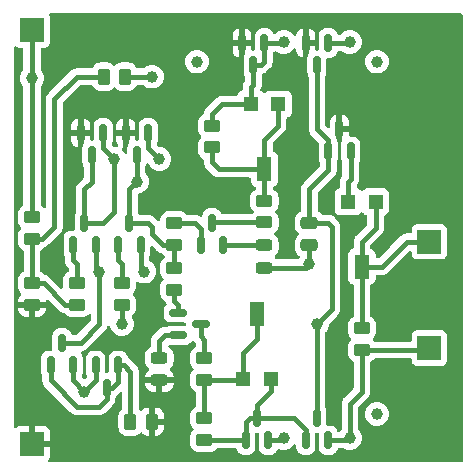
<source format=gbr>
%TF.GenerationSoftware,KiCad,Pcbnew,8.0.0*%
%TF.CreationDate,2024-12-08T17:21:19+02:00*%
%TF.ProjectId,Proiect1,50726f69-6563-4743-912e-6b696361645f,rev?*%
%TF.SameCoordinates,PX3aa6a60PY6dac2c0*%
%TF.FileFunction,Copper,L1,Top*%
%TF.FilePolarity,Positive*%
%FSLAX46Y46*%
G04 Gerber Fmt 4.6, Leading zero omitted, Abs format (unit mm)*
G04 Created by KiCad (PCBNEW 8.0.0) date 2024-12-08 17:21:19*
%MOMM*%
%LPD*%
G01*
G04 APERTURE LIST*
G04 Aperture macros list*
%AMRoundRect*
0 Rectangle with rounded corners*
0 $1 Rounding radius*
0 $2 $3 $4 $5 $6 $7 $8 $9 X,Y pos of 4 corners*
0 Add a 4 corners polygon primitive as box body*
4,1,4,$2,$3,$4,$5,$6,$7,$8,$9,$2,$3,0*
0 Add four circle primitives for the rounded corners*
1,1,$1+$1,$2,$3*
1,1,$1+$1,$4,$5*
1,1,$1+$1,$6,$7*
1,1,$1+$1,$8,$9*
0 Add four rect primitives between the rounded corners*
20,1,$1+$1,$2,$3,$4,$5,0*
20,1,$1+$1,$4,$5,$6,$7,0*
20,1,$1+$1,$6,$7,$8,$9,0*
20,1,$1+$1,$8,$9,$2,$3,0*%
G04 Aperture macros list end*
%TA.AperFunction,SMDPad,CuDef*%
%ADD10RoundRect,0.150000X0.150000X-0.587500X0.150000X0.587500X-0.150000X0.587500X-0.150000X-0.587500X0*%
%TD*%
%TA.AperFunction,SMDPad,CuDef*%
%ADD11C,1.000000*%
%TD*%
%TA.AperFunction,SMDPad,CuDef*%
%ADD12RoundRect,0.150000X-0.150000X0.587500X-0.150000X-0.587500X0.150000X-0.587500X0.150000X0.587500X0*%
%TD*%
%TA.AperFunction,SMDPad,CuDef*%
%ADD13R,2.000000X2.000000*%
%TD*%
%TA.AperFunction,SMDPad,CuDef*%
%ADD14RoundRect,0.250000X0.450000X-0.262500X0.450000X0.262500X-0.450000X0.262500X-0.450000X-0.262500X0*%
%TD*%
%TA.AperFunction,SMDPad,CuDef*%
%ADD15RoundRect,0.250000X-0.262500X-0.450000X0.262500X-0.450000X0.262500X0.450000X-0.262500X0.450000X0*%
%TD*%
%TA.AperFunction,SMDPad,CuDef*%
%ADD16RoundRect,0.250000X-0.450000X0.262500X-0.450000X-0.262500X0.450000X-0.262500X0.450000X0.262500X0*%
%TD*%
%TA.AperFunction,SMDPad,CuDef*%
%ADD17RoundRect,0.150000X-0.587500X-0.150000X0.587500X-0.150000X0.587500X0.150000X-0.587500X0.150000X0*%
%TD*%
%TA.AperFunction,SMDPad,CuDef*%
%ADD18R,1.300000X1.300000*%
%TD*%
%TA.AperFunction,SMDPad,CuDef*%
%ADD19R,1.300000X2.000000*%
%TD*%
%TA.AperFunction,SMDPad,CuDef*%
%ADD20RoundRect,0.250000X-0.475000X0.250000X-0.475000X-0.250000X0.475000X-0.250000X0.475000X0.250000X0*%
%TD*%
%TA.AperFunction,SMDPad,CuDef*%
%ADD21RoundRect,0.243750X0.456250X-0.243750X0.456250X0.243750X-0.456250X0.243750X-0.456250X-0.243750X0*%
%TD*%
%TA.AperFunction,SMDPad,CuDef*%
%ADD22RoundRect,0.243750X-0.456250X0.243750X-0.456250X-0.243750X0.456250X-0.243750X0.456250X0.243750X0*%
%TD*%
%TA.AperFunction,ViaPad*%
%ADD23C,1.000000*%
%TD*%
%TA.AperFunction,Conductor*%
%ADD24C,0.406400*%
%TD*%
%TA.AperFunction,Conductor*%
%ADD25C,0.457200*%
%TD*%
G04 APERTURE END LIST*
D10*
%TO.P,Q4,1,B*%
%TO.N,Net-(Q4-B)*%
X16830000Y19382500D03*
%TO.P,Q4,2,E*%
%TO.N,Net-(D1-A)*%
X18730000Y19382500D03*
%TO.P,Q4,3,C*%
%TO.N,Net-(Q4-C)*%
X17780000Y21257500D03*
%TD*%
%TO.P,Q6,1,B*%
%TO.N,Net-(Q6-B)*%
X25720000Y2872500D03*
%TO.P,Q6,2,E*%
%TO.N,GND*%
X27620000Y2872500D03*
%TO.P,Q6,3,C*%
%TO.N,Net-(Q1-B)*%
X26670000Y4747500D03*
%TD*%
D11*
%TO.P,FID2,*%
%TO.N,*%
X31750000Y34925000D03*
%TD*%
%TO.P,FID1,*%
%TO.N,*%
X16510000Y34925000D03*
%TD*%
D12*
%TO.P,Q12,1,B*%
%TO.N,Net-(Q12-B)*%
X12380000Y28877500D03*
%TO.P,Q12,2,E*%
%TO.N,+25V*%
X10480000Y28877500D03*
%TO.P,Q12,3,C*%
%TO.N,Net-(Q12-C)*%
X11430000Y27002500D03*
%TD*%
D13*
%TO.P,J2,1,Pin_1*%
%TO.N,GND*%
X36195000Y10668000D03*
%TD*%
D12*
%TO.P,Q11,1,B*%
%TO.N,Net-(Q10-B)*%
X9840000Y9192500D03*
%TO.P,Q11,2,E*%
%TO.N,GND*%
X7940000Y9192500D03*
%TO.P,Q11,3,C*%
%TO.N,Net-(Q10-B)*%
X8890000Y7317500D03*
%TD*%
D14*
%TO.P,R4,1*%
%TO.N,Net-(Q6-B)*%
X17145000Y2897500D03*
%TO.P,R4,2*%
%TO.N,Net-(R3-Pad2)*%
X17145000Y4722500D03*
%TD*%
D13*
%TO.P,J3,1,Pin_1*%
%TO.N,+25V*%
X2540000Y2540000D03*
%TD*%
D15*
%TO.P,R9,1*%
%TO.N,Net-(Q10-B)*%
X10875000Y4445000D03*
%TO.P,R9,2*%
%TO.N,+25V*%
X12700000Y4445000D03*
%TD*%
D12*
%TO.P,Q2,1,B*%
%TO.N,Net-(Q2-B)*%
X22225000Y36497500D03*
%TO.P,Q2,2,E*%
%TO.N,+25V*%
X20325000Y36497500D03*
%TO.P,Q2,3,C*%
%TO.N,Net-(Q2-B)*%
X21275000Y34622500D03*
%TD*%
D16*
%TO.P,R2,1*%
%TO.N,Net-(Q2-B)*%
X17780000Y29487500D03*
%TO.P,R2,2*%
%TO.N,Net-(R1-Pad1)*%
X17780000Y27662500D03*
%TD*%
D10*
%TO.P,Q1,1,B*%
%TO.N,Net-(Q1-B)*%
X27625000Y27335000D03*
%TO.P,Q1,2,E*%
%TO.N,Net-(Q1-E)*%
X29525000Y27335000D03*
%TO.P,Q1,3,C*%
%TO.N,+25V*%
X28575000Y29210000D03*
%TD*%
D14*
%TO.P,R8,1*%
%TO.N,Net-(R10-Pad1)*%
X6350000Y14327500D03*
%TO.P,R8,2*%
%TO.N,Net-(Q9-B)*%
X6350000Y16152500D03*
%TD*%
D15*
%TO.P,R10,1*%
%TO.N,Net-(R10-Pad1)*%
X8612500Y33655000D03*
%TO.P,R10,2*%
%TO.N,Net-(Q12-C)*%
X10437500Y33655000D03*
%TD*%
D10*
%TO.P,Q10,1,B*%
%TO.N,Net-(Q10-B)*%
X4130000Y9222500D03*
%TO.P,Q10,2,E*%
%TO.N,GND*%
X6030000Y9222500D03*
%TO.P,Q10,3,C*%
%TO.N,Net-(Q10-C)*%
X5080000Y11097500D03*
%TD*%
D13*
%TO.P,J1,1,Pin_1*%
%TO.N,Net-(J1-Pin_1)*%
X36195000Y19685000D03*
%TD*%
D17*
%TO.P,Q5,1,B*%
%TO.N,Net-(Q5-B)*%
X14937500Y13650000D03*
%TO.P,Q5,2,E*%
%TO.N,Net-(D2-K)*%
X14937500Y11750000D03*
%TO.P,Q5,3,C*%
%TO.N,Net-(Q5-C)*%
X16812500Y12700000D03*
%TD*%
D14*
%TO.P,R5,1*%
%TO.N,Net-(Q12-C)*%
X14605000Y19407500D03*
%TO.P,R5,2*%
%TO.N,Net-(Q4-B)*%
X14605000Y21232500D03*
%TD*%
D10*
%TO.P,Q9,1,B*%
%TO.N,Net-(Q9-B)*%
X6035000Y19382500D03*
%TO.P,Q9,2,E*%
%TO.N,Net-(Q10-C)*%
X7935000Y19382500D03*
%TO.P,Q9,3,C*%
%TO.N,Net-(Q12-B)*%
X6985000Y21257500D03*
%TD*%
D12*
%TO.P,Q3,1,B*%
%TO.N,Net-(Q2-B)*%
X27620000Y36497500D03*
%TO.P,Q3,2,E*%
%TO.N,+25V*%
X25720000Y36497500D03*
%TO.P,Q3,3,C*%
%TO.N,Net-(Q1-B)*%
X26670000Y34622500D03*
%TD*%
D16*
%TO.P,R11,1*%
%TO.N,Net-(R10-Pad1)*%
X2540000Y16152500D03*
%TO.P,R11,2*%
%TO.N,+25V*%
X2540000Y14327500D03*
%TD*%
%TO.P,R1,1*%
%TO.N,Net-(R1-Pad1)*%
X22225000Y23137500D03*
%TO.P,R1,2*%
%TO.N,Net-(Q4-C)*%
X22225000Y21312500D03*
%TD*%
D11*
%TO.P,FID3,*%
%TO.N,*%
X31750000Y5080000D03*
%TD*%
D12*
%TO.P,Q13,1,B*%
%TO.N,Net-(Q12-B)*%
X8570000Y28877500D03*
%TO.P,Q13,2,E*%
%TO.N,+25V*%
X6670000Y28877500D03*
%TO.P,Q13,3,C*%
%TO.N,Net-(Q12-B)*%
X7620000Y27002500D03*
%TD*%
D18*
%TO.P,RV1,1,1*%
%TO.N,Net-(Q1-E)*%
X29330000Y23070000D03*
D19*
%TO.P,RV1,2,2*%
%TO.N,Net-(J1-Pin_1)*%
X30480000Y17570000D03*
D18*
%TO.P,RV1,3,3*%
X31630000Y23070000D03*
%TD*%
D16*
%TO.P,Rload1,1*%
%TO.N,Net-(J1-Pin_1)*%
X30480000Y12342500D03*
%TO.P,Rload1,2*%
%TO.N,GND*%
X30480000Y10517500D03*
%TD*%
D18*
%TO.P,RV2,1,1*%
%TO.N,Net-(Q2-B)*%
X21075000Y31325000D03*
D19*
%TO.P,RV2,2,2*%
%TO.N,Net-(R1-Pad1)*%
X22225000Y25825000D03*
D18*
%TO.P,RV2,3,3*%
X23375000Y31325000D03*
%TD*%
D16*
%TO.P,R7,1*%
%TO.N,Net-(Q8-B)*%
X10160000Y16152500D03*
%TO.P,R7,2*%
%TO.N,Net-(Q1-B)*%
X10160000Y14327500D03*
%TD*%
D20*
%TO.P,C1,1*%
%TO.N,Net-(Q1-B)*%
X26035000Y21270000D03*
%TO.P,C1,2*%
%TO.N,GND*%
X26035000Y19370000D03*
%TD*%
D16*
%TO.P,R6,1*%
%TO.N,Net-(Q12-C)*%
X14605000Y17422500D03*
%TO.P,R6,2*%
%TO.N,Net-(Q5-B)*%
X14605000Y15597500D03*
%TD*%
D10*
%TO.P,Q7,1,B*%
%TO.N,Net-(Q6-B)*%
X20640000Y2872500D03*
%TO.P,Q7,2,E*%
%TO.N,GND*%
X22540000Y2872500D03*
%TO.P,Q7,3,C*%
%TO.N,Net-(Q6-B)*%
X21590000Y4747500D03*
%TD*%
D16*
%TO.P,R3,1*%
%TO.N,Net-(Q5-C)*%
X17145000Y9802500D03*
%TO.P,R3,2*%
%TO.N,Net-(R3-Pad2)*%
X17145000Y7977500D03*
%TD*%
D21*
%TO.P,D1,1,K*%
%TO.N,GND*%
X22225000Y17477500D03*
%TO.P,D1,2,A*%
%TO.N,Net-(D1-A)*%
X22225000Y19352500D03*
%TD*%
D10*
%TO.P,Q8,1,B*%
%TO.N,Net-(Q8-B)*%
X9845000Y19382500D03*
%TO.P,Q8,2,E*%
%TO.N,Net-(Q10-C)*%
X11745000Y19382500D03*
%TO.P,Q8,3,C*%
%TO.N,Net-(Q12-C)*%
X10795000Y21257500D03*
%TD*%
D18*
%TO.P,RV3,1,1*%
%TO.N,Net-(Q6-B)*%
X22740000Y8045000D03*
D19*
%TO.P,RV3,2,2*%
%TO.N,Net-(R3-Pad2)*%
X21590000Y13545000D03*
D18*
%TO.P,RV3,3,3*%
X20440000Y8045000D03*
%TD*%
D22*
%TO.P,D2,1,K*%
%TO.N,Net-(D2-K)*%
X13335000Y9827500D03*
%TO.P,D2,2,A*%
%TO.N,+25V*%
X13335000Y7952500D03*
%TD*%
D13*
%TO.P,J4,1,Pin_1*%
%TO.N,GND*%
X2540000Y37592000D03*
%TD*%
D16*
%TO.P,R12,1*%
%TO.N,GND*%
X2540000Y21740500D03*
%TO.P,R12,2*%
%TO.N,Net-(R10-Pad1)*%
X2540000Y19915500D03*
%TD*%
D23*
%TO.N,Net-(Q1-B)*%
X10160000Y12700000D03*
X26670000Y12700000D03*
%TO.N,GND*%
X26035000Y17780000D03*
X29464000Y3048000D03*
X2540000Y33528000D03*
X23876000Y3048000D03*
X6985000Y6985000D03*
%TO.N,+25V*%
X9525000Y31115000D03*
X2540000Y5080000D03*
%TO.N,Net-(Q2-B)*%
X29464000Y36576000D03*
X23876000Y36576000D03*
%TO.N,Net-(Q12-C)*%
X12700000Y33655000D03*
X11430000Y24765000D03*
%TO.N,Net-(Q10-C)*%
X8255000Y17145000D03*
X12065000Y17145000D03*
%TO.N,Net-(Q12-B)*%
X9525000Y26670000D03*
X13335000Y26670000D03*
%TD*%
D24*
%TO.N,GND*%
X36044500Y10517500D02*
X36195000Y10668000D01*
X30480000Y10517500D02*
X36044500Y10517500D01*
%TO.N,Net-(J1-Pin_1)*%
X34290000Y19685000D02*
X36195000Y19685000D01*
%TO.N,Net-(R10-Pad1)*%
X5357500Y14327500D02*
X6350000Y14327500D01*
X3532500Y16152500D02*
X5357500Y14327500D01*
X2540000Y16152500D02*
X3532500Y16152500D01*
X2540000Y19915500D02*
X2540000Y16152500D01*
%TO.N,Net-(Q1-B)*%
X26670000Y12700000D02*
X26670000Y4747500D01*
X26035000Y24130000D02*
X26035000Y21270000D01*
X10160000Y12700000D02*
X10160000Y14327500D01*
X27625000Y27335000D02*
X27625000Y28255000D01*
X26035000Y21270000D02*
X27625000Y21270000D01*
X27625000Y28255000D02*
X26670000Y29210000D01*
X27625000Y25720000D02*
X26035000Y24130000D01*
X26670000Y29210000D02*
X26670000Y34622500D01*
X27940000Y20955000D02*
X27940000Y13970000D01*
X27940000Y13970000D02*
X26670000Y12700000D01*
X27625000Y21270000D02*
X27940000Y20955000D01*
X27625000Y27335000D02*
X27625000Y25720000D01*
%TO.N,GND*%
X23700500Y2872500D02*
X23876000Y3048000D01*
X30480000Y10517500D02*
X30480000Y6985000D01*
X25732500Y17477500D02*
X26035000Y17780000D01*
X6030000Y7940000D02*
X6985000Y6985000D01*
X29464000Y5969000D02*
X29464000Y3048000D01*
X22540000Y2872500D02*
X23700500Y2872500D01*
X7940000Y7940000D02*
X6985000Y6985000D01*
X26035000Y19370000D02*
X26035000Y17780000D01*
D25*
X2540000Y37592000D02*
X2540000Y33528000D01*
D24*
X30480000Y6985000D02*
X29464000Y5969000D01*
X6030000Y9222500D02*
X6030000Y7940000D01*
X7940000Y9192500D02*
X7940000Y7940000D01*
X29288500Y2872500D02*
X29464000Y3048000D01*
D25*
X2540000Y21740500D02*
X2540000Y33528000D01*
D24*
X22225000Y17477500D02*
X25732500Y17477500D01*
X27620000Y2872500D02*
X29288500Y2872500D01*
%TO.N,Net-(D1-A)*%
X18730000Y19382500D02*
X22195000Y19382500D01*
X22195000Y19382500D02*
X22225000Y19352500D01*
%TO.N,Net-(D2-K)*%
X14937500Y11750000D02*
X13782000Y11750000D01*
X13782000Y11750000D02*
X13335000Y11303000D01*
X13335000Y11303000D02*
X13335000Y9827500D01*
%TO.N,Net-(J1-Pin_1)*%
X30480000Y17570000D02*
X30480000Y19685000D01*
X32175000Y17570000D02*
X34290000Y19685000D01*
X31630000Y20835000D02*
X31630000Y23070000D01*
X30480000Y17570000D02*
X32175000Y17570000D01*
X30480000Y12342500D02*
X30480000Y17570000D01*
X30480000Y19685000D02*
X31630000Y20835000D01*
%TO.N,Net-(Q1-E)*%
X29525000Y24953000D02*
X29525000Y27335000D01*
X29330000Y23070000D02*
X29330000Y24758000D01*
X29330000Y24758000D02*
X29525000Y24953000D01*
%TO.N,Net-(Q2-B)*%
X18625000Y31325000D02*
X21075000Y31325000D01*
X27620000Y36497500D02*
X29385500Y36497500D01*
X21922500Y34622500D02*
X22225000Y34925000D01*
X29385500Y36497500D02*
X29464000Y36576000D01*
X22225000Y34925000D02*
X22225000Y36497500D01*
X23797500Y36497500D02*
X23876000Y36576000D01*
X21275000Y34622500D02*
X21922500Y34622500D01*
X21275000Y32959000D02*
X21275000Y34622500D01*
X22225000Y36497500D02*
X23797500Y36497500D01*
X17780000Y29487500D02*
X17780000Y30480000D01*
X17780000Y30480000D02*
X18625000Y31325000D01*
X21075000Y32759000D02*
X21275000Y32959000D01*
X21075000Y31325000D02*
X21075000Y32759000D01*
%TO.N,Net-(Q4-C)*%
X22225000Y21312500D02*
X17835000Y21312500D01*
X17835000Y21312500D02*
X17780000Y21257500D01*
%TO.N,Net-(Q4-B)*%
X16830000Y20762000D02*
X16830000Y19382500D01*
X16359500Y21232500D02*
X16830000Y20762000D01*
X14605000Y21232500D02*
X16359500Y21232500D01*
%TO.N,Net-(Q5-C)*%
X17145000Y11351500D02*
X16812500Y11684000D01*
X17145000Y9802500D02*
X17145000Y11351500D01*
X16812500Y11684000D02*
X16812500Y12700000D01*
%TO.N,Net-(Q5-B)*%
X14937500Y14321000D02*
X14937500Y13650000D01*
X14605000Y15597500D02*
X14605000Y14653500D01*
X14605000Y14653500D02*
X14937500Y14321000D01*
%TO.N,Net-(Q6-B)*%
X21003500Y4747500D02*
X20640000Y4384000D01*
X21590000Y4747500D02*
X21590000Y5842000D01*
X21590000Y5842000D02*
X22740000Y6992000D01*
X21590000Y4747500D02*
X21003500Y4747500D01*
X22740000Y6992000D02*
X22740000Y8045000D01*
X20615000Y2897500D02*
X20640000Y2872500D01*
X25720000Y2872500D02*
X25720000Y3744000D01*
X17145000Y2897500D02*
X20615000Y2897500D01*
X24716500Y4747500D02*
X21590000Y4747500D01*
X25720000Y3744000D02*
X24716500Y4747500D01*
X20640000Y4384000D02*
X20640000Y2872500D01*
%TO.N,Net-(Q8-B)*%
X10160000Y17780000D02*
X10160000Y16152500D01*
X9845000Y19382500D02*
X9845000Y18095000D01*
X9845000Y18095000D02*
X10160000Y17780000D01*
%TO.N,Net-(Q12-C)*%
X10795000Y24130000D02*
X11430000Y24765000D01*
X12700000Y20320000D02*
X13612500Y19407500D01*
X12700000Y33655000D02*
X10437500Y33655000D01*
X14605000Y17422500D02*
X14605000Y19407500D01*
X10795000Y21257500D02*
X12397500Y21257500D01*
X11430000Y24765000D02*
X11430000Y27002500D01*
X12397500Y21257500D02*
X12700000Y20955000D01*
X13612500Y19407500D02*
X14605000Y19407500D01*
X10795000Y21257500D02*
X10795000Y24130000D01*
X12700000Y20955000D02*
X12700000Y20320000D01*
%TO.N,Net-(Q10-C)*%
X5080000Y11097500D02*
X6652500Y11097500D01*
X11745000Y17465000D02*
X12065000Y17145000D01*
X8255000Y12700000D02*
X8255000Y17145000D01*
X11745000Y19382500D02*
X11745000Y17465000D01*
X7935000Y17465000D02*
X8255000Y17145000D01*
X7935000Y19382500D02*
X7935000Y17465000D01*
X6652500Y11097500D02*
X8255000Y12700000D01*
%TO.N,Net-(Q12-B)*%
X6985000Y24130000D02*
X6985000Y21257500D01*
X8570000Y28877500D02*
X8570000Y27625000D01*
X8557500Y21257500D02*
X9525000Y22225000D01*
X8570000Y27625000D02*
X9525000Y26670000D01*
X7620000Y27002500D02*
X7620000Y24765000D01*
X12380000Y27625000D02*
X13335000Y26670000D01*
X6985000Y21257500D02*
X8557500Y21257500D01*
X9525000Y22225000D02*
X9525000Y26670000D01*
X12380000Y28877500D02*
X12380000Y27625000D01*
X7620000Y24765000D02*
X6985000Y24130000D01*
%TO.N,Net-(Q9-B)*%
X6035000Y19382500D02*
X6035000Y18095000D01*
X6035000Y18095000D02*
X6350000Y17780000D01*
X6350000Y17780000D02*
X6350000Y16152500D01*
%TO.N,Net-(Q10-B)*%
X8890000Y6350000D02*
X8890000Y7317500D01*
X4130000Y9222500D02*
X4130000Y7935000D01*
X8255000Y5715000D02*
X8890000Y6350000D01*
X9840000Y9192500D02*
X9840000Y7808000D01*
X9840000Y7808000D02*
X9349500Y7317500D01*
X10875000Y8683000D02*
X10365500Y9192500D01*
X10875000Y4445000D02*
X10875000Y8683000D01*
X4130000Y7935000D02*
X6350000Y5715000D01*
X9349500Y7317500D02*
X8890000Y7317500D01*
X6350000Y5715000D02*
X8255000Y5715000D01*
X10365500Y9192500D02*
X9840000Y9192500D01*
%TO.N,Net-(R1-Pad1)*%
X22225000Y25825000D02*
X18371000Y25825000D01*
X23375000Y29471000D02*
X22225000Y28321000D01*
X23375000Y31325000D02*
X23375000Y29471000D01*
X18371000Y25825000D02*
X17780000Y26416000D01*
X17780000Y26416000D02*
X17780000Y27662500D01*
X22225000Y23137500D02*
X22225000Y25825000D01*
X22225000Y28321000D02*
X22225000Y25825000D01*
%TO.N,Net-(R3-Pad2)*%
X17145000Y7977500D02*
X20372500Y7977500D01*
X20440000Y10280000D02*
X20440000Y8045000D01*
X21590000Y11430000D02*
X20440000Y10280000D01*
X17145000Y4722500D02*
X17145000Y7977500D01*
X20372500Y7977500D02*
X20440000Y8045000D01*
X21590000Y13545000D02*
X21590000Y11430000D01*
%TO.N,Net-(R10-Pad1)*%
X2540000Y19915500D02*
X3405500Y19915500D01*
X6350000Y33655000D02*
X8612500Y33655000D01*
X3405500Y19915500D02*
X4445000Y20955000D01*
X4445000Y31750000D02*
X6350000Y33655000D01*
X4445000Y20955000D02*
X4445000Y31750000D01*
%TD*%
%TA.AperFunction,Conductor*%
%TO.N,+25V*%
G36*
X38942539Y38979815D02*
G01*
X38988294Y38927011D01*
X38999500Y38875500D01*
X38999500Y1124500D01*
X38979815Y1057461D01*
X38927011Y1011706D01*
X38875500Y1000500D01*
X4008433Y1000500D01*
X3941394Y1020185D01*
X3895639Y1072989D01*
X3885695Y1142147D01*
X3909167Y1198811D01*
X3983350Y1297907D01*
X3983354Y1297914D01*
X4033596Y1432621D01*
X4033598Y1432628D01*
X4039999Y1492156D01*
X4040000Y1492173D01*
X4040000Y2290000D01*
X2414000Y2290000D01*
X2346961Y2309685D01*
X2301206Y2362489D01*
X2290000Y2414000D01*
X2290000Y4040000D01*
X2790000Y4040000D01*
X2790000Y2790000D01*
X4040000Y2790000D01*
X4040000Y3587828D01*
X4039999Y3587845D01*
X4033598Y3647373D01*
X4033596Y3647380D01*
X3983354Y3782087D01*
X3983350Y3782094D01*
X3897190Y3897188D01*
X3897187Y3897191D01*
X3782093Y3983351D01*
X3782086Y3983355D01*
X3647379Y4033597D01*
X3647372Y4033599D01*
X3587844Y4040000D01*
X2790000Y4040000D01*
X2290000Y4040000D01*
X1492155Y4040000D01*
X1432627Y4033599D01*
X1432620Y4033597D01*
X1297913Y3983355D01*
X1297910Y3983353D01*
X1198811Y3909167D01*
X1133347Y3884750D01*
X1065074Y3899602D01*
X1015668Y3949007D01*
X1000500Y4008434D01*
X1000500Y14077500D01*
X1340001Y14077500D01*
X1340001Y14015014D01*
X1350494Y13912303D01*
X1405641Y13745881D01*
X1405643Y13745876D01*
X1497684Y13596655D01*
X1621654Y13472685D01*
X1770875Y13380644D01*
X1770880Y13380642D01*
X1937302Y13325495D01*
X1937309Y13325494D01*
X2040019Y13315001D01*
X2289999Y13315001D01*
X2290000Y13315002D01*
X2290000Y14077500D01*
X2790000Y14077500D01*
X2790000Y13315001D01*
X3039972Y13315001D01*
X3039986Y13315002D01*
X3142697Y13325495D01*
X3309119Y13380642D01*
X3309124Y13380644D01*
X3458345Y13472685D01*
X3582315Y13596655D01*
X3674356Y13745876D01*
X3674358Y13745881D01*
X3729505Y13912303D01*
X3729506Y13912310D01*
X3739999Y14015014D01*
X3740000Y14015027D01*
X3740000Y14077500D01*
X2790000Y14077500D01*
X2290000Y14077500D01*
X1340001Y14077500D01*
X1000500Y14077500D01*
X1000500Y36122943D01*
X1020185Y36189982D01*
X1072989Y36235737D01*
X1142147Y36245681D01*
X1198810Y36222210D01*
X1241861Y36189982D01*
X1297668Y36148205D01*
X1297671Y36148203D01*
X1342618Y36131439D01*
X1432517Y36097909D01*
X1492127Y36091500D01*
X1686900Y36091501D01*
X1753939Y36071817D01*
X1799694Y36019013D01*
X1810900Y35967501D01*
X1810900Y34261055D01*
X1791215Y34194016D01*
X1782753Y34182390D01*
X1704091Y34086540D01*
X1704086Y34086533D01*
X1611188Y33912734D01*
X1553975Y33724130D01*
X1534659Y33528000D01*
X1553975Y33331871D01*
X1611188Y33143267D01*
X1704086Y32969468D01*
X1704087Y32969467D01*
X1704090Y32969462D01*
X1782754Y32873611D01*
X1810066Y32809303D01*
X1810900Y32794947D01*
X1810900Y22781838D01*
X1791215Y22714799D01*
X1751997Y22676299D01*
X1621342Y22595711D01*
X1497289Y22471658D01*
X1405187Y22322337D01*
X1405186Y22322334D01*
X1350001Y22155797D01*
X1350001Y22155796D01*
X1350000Y22155796D01*
X1339500Y22053017D01*
X1339500Y21427999D01*
X1339501Y21427981D01*
X1350000Y21325204D01*
X1350001Y21325201D01*
X1394615Y21190567D01*
X1405186Y21158666D01*
X1488058Y21024308D01*
X1497289Y21009343D01*
X1590951Y20915681D01*
X1624436Y20854358D01*
X1619452Y20784666D01*
X1590951Y20740319D01*
X1497289Y20646658D01*
X1405187Y20497337D01*
X1405185Y20497332D01*
X1396300Y20470518D01*
X1350001Y20330797D01*
X1350001Y20330796D01*
X1350000Y20330796D01*
X1339500Y20228017D01*
X1339500Y19602999D01*
X1339501Y19602981D01*
X1350000Y19500204D01*
X1350001Y19500201D01*
X1405185Y19333669D01*
X1405187Y19333664D01*
X1430423Y19292750D01*
X1497288Y19184344D01*
X1621344Y19060288D01*
X1770666Y18968186D01*
X1770667Y18968186D01*
X1776813Y18964395D01*
X1775164Y18961724D01*
X1817064Y18924921D01*
X1836300Y18858585D01*
X1836300Y17209417D01*
X1816615Y17142378D01*
X1775220Y17106187D01*
X1776813Y17103605D01*
X1770667Y17099815D01*
X1770666Y17099814D01*
X1742150Y17082225D01*
X1621342Y17007711D01*
X1497289Y16883658D01*
X1405187Y16734337D01*
X1405185Y16734332D01*
X1393510Y16699099D01*
X1350001Y16567797D01*
X1350001Y16567796D01*
X1350000Y16567796D01*
X1339500Y16465017D01*
X1339500Y15839999D01*
X1339501Y15839981D01*
X1350000Y15737204D01*
X1350001Y15737201D01*
X1405185Y15570669D01*
X1405187Y15570664D01*
X1497289Y15421343D01*
X1591304Y15327328D01*
X1624789Y15266005D01*
X1619805Y15196313D01*
X1591305Y15151966D01*
X1497682Y15058343D01*
X1405643Y14909125D01*
X1405641Y14909120D01*
X1350494Y14742698D01*
X1350493Y14742691D01*
X1340000Y14639987D01*
X1340000Y14577500D01*
X3739999Y14577500D01*
X3739999Y14639972D01*
X3739838Y14643134D01*
X3741083Y14643198D01*
X3752915Y14706979D01*
X3800776Y14757882D01*
X3868559Y14774829D01*
X3934744Y14752439D01*
X3951206Y14738612D01*
X4807774Y13882044D01*
X4807803Y13882013D01*
X4908914Y13780902D01*
X5024174Y13703888D01*
X5061682Y13688352D01*
X5152238Y13650842D01*
X5240865Y13633213D01*
X5302776Y13600829D01*
X5304355Y13599277D01*
X5307288Y13596344D01*
X5431344Y13472288D01*
X5580666Y13380186D01*
X5747203Y13325001D01*
X5849991Y13314500D01*
X6850008Y13314501D01*
X6850016Y13314502D01*
X6850019Y13314502D01*
X6915245Y13321165D01*
X6952797Y13325001D01*
X7119334Y13380186D01*
X7268656Y13472288D01*
X7339619Y13543251D01*
X7400942Y13576736D01*
X7470634Y13571752D01*
X7526567Y13529880D01*
X7550984Y13464416D01*
X7551300Y13455570D01*
X7551300Y13042844D01*
X7531615Y12975805D01*
X7514981Y12955163D01*
X6397337Y11837519D01*
X6336014Y11804034D01*
X6309656Y11801200D01*
X5966739Y11801200D01*
X5899700Y11820885D01*
X5853945Y11873689D01*
X5847665Y11890597D01*
X5831744Y11945398D01*
X5748081Y12086865D01*
X5748079Y12086867D01*
X5748076Y12086871D01*
X5631870Y12203077D01*
X5631862Y12203083D01*
X5490396Y12286745D01*
X5490393Y12286746D01*
X5332573Y12332598D01*
X5332567Y12332599D01*
X5295701Y12335500D01*
X5295694Y12335500D01*
X4864306Y12335500D01*
X4864298Y12335500D01*
X4827432Y12332599D01*
X4827426Y12332598D01*
X4669606Y12286746D01*
X4669603Y12286745D01*
X4528137Y12203083D01*
X4528129Y12203077D01*
X4411923Y12086871D01*
X4411917Y12086863D01*
X4328255Y11945397D01*
X4328254Y11945394D01*
X4282402Y11787574D01*
X4282401Y11787568D01*
X4279500Y11750702D01*
X4279500Y10584500D01*
X4259815Y10517461D01*
X4207011Y10471706D01*
X4155500Y10460500D01*
X3914298Y10460500D01*
X3877432Y10457599D01*
X3877426Y10457598D01*
X3719606Y10411746D01*
X3719603Y10411745D01*
X3578137Y10328083D01*
X3578129Y10328077D01*
X3461923Y10211871D01*
X3461917Y10211863D01*
X3378255Y10070397D01*
X3378254Y10070394D01*
X3332402Y9912574D01*
X3332401Y9912568D01*
X3329500Y9875702D01*
X3329500Y8569299D01*
X3332401Y8532433D01*
X3332402Y8532427D01*
X3378254Y8374607D01*
X3378255Y8374604D01*
X3378256Y8374602D01*
X3400333Y8337271D01*
X3409032Y8322563D01*
X3426300Y8259442D01*
X3426300Y8009444D01*
X3426299Y8009418D01*
X3426299Y7865690D01*
X3451561Y7738697D01*
X3453342Y7729741D01*
X3453344Y7729735D01*
X3480161Y7664992D01*
X3506389Y7601673D01*
X3532761Y7562204D01*
X3583401Y7486415D01*
X3685736Y7384080D01*
X3685758Y7384060D01*
X5800274Y5269544D01*
X5800303Y5269513D01*
X5901414Y5168402D01*
X6016676Y5091387D01*
X6144735Y5038344D01*
X6144736Y5038344D01*
X6144738Y5038343D01*
X6144742Y5038343D01*
X6144743Y5038342D01*
X6280688Y5011299D01*
X6280691Y5011299D01*
X6425422Y5011299D01*
X6425442Y5011300D01*
X8179558Y5011300D01*
X8179578Y5011299D01*
X8185692Y5011299D01*
X8324310Y5011299D01*
X8443496Y5035008D01*
X8460262Y5038343D01*
X8502950Y5056025D01*
X8588323Y5091387D01*
X8588324Y5091388D01*
X8588327Y5091389D01*
X8703583Y5168400D01*
X8801600Y5266417D01*
X8801601Y5266419D01*
X8808667Y5273485D01*
X8808670Y5273489D01*
X9338579Y5803398D01*
X9338583Y5803400D01*
X9436600Y5901417D01*
X9513611Y6016673D01*
X9542054Y6085341D01*
X9566658Y6144738D01*
X9593701Y6280692D01*
X9593701Y6354444D01*
X9610969Y6417565D01*
X9610980Y6417583D01*
X9641744Y6469602D01*
X9687598Y6627431D01*
X9688664Y6640980D01*
X9713545Y6706269D01*
X9743388Y6734355D01*
X9798083Y6770900D01*
X9896100Y6868917D01*
X9896101Y6868919D01*
X9903167Y6875985D01*
X9903170Y6875990D01*
X9959620Y6932440D01*
X10020943Y6965923D01*
X10090635Y6960938D01*
X10146568Y6919067D01*
X10170984Y6853602D01*
X10171300Y6844757D01*
X10171300Y5566530D01*
X10151615Y5499491D01*
X10134981Y5478849D01*
X10019789Y5363658D01*
X9927687Y5214337D01*
X9927685Y5214332D01*
X9912465Y5168401D01*
X9872501Y5047797D01*
X9872501Y5047796D01*
X9872500Y5047796D01*
X9862000Y4945017D01*
X9862000Y3944999D01*
X9862001Y3944981D01*
X9872500Y3842204D01*
X9872501Y3842201D01*
X9912227Y3722319D01*
X9927686Y3675666D01*
X10019788Y3526344D01*
X10143844Y3402288D01*
X10293166Y3310186D01*
X10459703Y3255001D01*
X10562491Y3244500D01*
X11187508Y3244501D01*
X11187516Y3244502D01*
X11187519Y3244502D01*
X11243802Y3250252D01*
X11290297Y3255001D01*
X11456834Y3310186D01*
X11606156Y3402288D01*
X11700175Y3496308D01*
X11761494Y3529790D01*
X11831186Y3524806D01*
X11875534Y3496305D01*
X11969154Y3402685D01*
X12118375Y3310644D01*
X12118380Y3310642D01*
X12284802Y3255495D01*
X12284809Y3255494D01*
X12387519Y3245001D01*
X12449999Y3245002D01*
X12450000Y3245002D01*
X12450000Y4195000D01*
X12950000Y4195000D01*
X12950000Y3245001D01*
X13012472Y3245001D01*
X13012486Y3245002D01*
X13115197Y3255495D01*
X13281619Y3310642D01*
X13281624Y3310644D01*
X13430845Y3402685D01*
X13554815Y3526655D01*
X13646856Y3675876D01*
X13646858Y3675881D01*
X13702005Y3842303D01*
X13702006Y3842310D01*
X13712499Y3945014D01*
X13712500Y3945027D01*
X13712500Y4195000D01*
X12950000Y4195000D01*
X12450000Y4195000D01*
X12450000Y5645000D01*
X12950000Y5645000D01*
X12950000Y4695000D01*
X13712499Y4695000D01*
X13712499Y4944972D01*
X13712498Y4944987D01*
X13702005Y5047698D01*
X13646858Y5214120D01*
X13646856Y5214125D01*
X13554815Y5363346D01*
X13430845Y5487316D01*
X13281624Y5579357D01*
X13281619Y5579359D01*
X13115197Y5634506D01*
X13115190Y5634507D01*
X13012486Y5645000D01*
X12950000Y5645000D01*
X12450000Y5645000D01*
X12449999Y5645001D01*
X12387528Y5645000D01*
X12387511Y5644999D01*
X12284802Y5634506D01*
X12118380Y5579359D01*
X12118375Y5579357D01*
X11969157Y5487318D01*
X11875534Y5393695D01*
X11814210Y5360211D01*
X11744519Y5365195D01*
X11700172Y5393696D01*
X11615019Y5478849D01*
X11581534Y5540172D01*
X11578700Y5566530D01*
X11578700Y7702500D01*
X12135000Y7702500D01*
X12135000Y7659185D01*
X12145407Y7557327D01*
X12200094Y7392291D01*
X12200096Y7392286D01*
X12291370Y7244309D01*
X12414308Y7121371D01*
X12562285Y7030097D01*
X12562290Y7030095D01*
X12727326Y6975408D01*
X12829184Y6965001D01*
X12829197Y6965000D01*
X13085000Y6965000D01*
X13085000Y7702500D01*
X13585000Y7702500D01*
X13585000Y6965000D01*
X13840803Y6965000D01*
X13840815Y6965001D01*
X13942673Y6975408D01*
X14107709Y7030095D01*
X14107714Y7030097D01*
X14255691Y7121371D01*
X14378629Y7244309D01*
X14469903Y7392286D01*
X14469905Y7392291D01*
X14524592Y7557327D01*
X14534999Y7659185D01*
X14535000Y7659198D01*
X14535000Y7702500D01*
X13585000Y7702500D01*
X13085000Y7702500D01*
X12135000Y7702500D01*
X11578700Y7702500D01*
X11578700Y8607557D01*
X11578701Y8607578D01*
X11578701Y8752311D01*
X11551658Y8888257D01*
X11551657Y8888261D01*
X11550937Y8890000D01*
X11500938Y9010708D01*
X11499293Y9015306D01*
X11421598Y9131586D01*
X11320487Y9232697D01*
X11320456Y9232726D01*
X10916440Y9636742D01*
X10916420Y9636764D01*
X10814085Y9739099D01*
X10743377Y9786344D01*
X10698827Y9816111D01*
X10698825Y9816112D01*
X10695250Y9818023D01*
X10645407Y9866987D01*
X10634630Y9892785D01*
X10591745Y10040394D01*
X10591744Y10040397D01*
X10591744Y10040398D01*
X10508081Y10181865D01*
X10508079Y10181867D01*
X10508076Y10181871D01*
X10391870Y10298077D01*
X10391862Y10298083D01*
X10313681Y10344319D01*
X10250398Y10381744D01*
X10250397Y10381745D01*
X10250396Y10381745D01*
X10250393Y10381746D01*
X10092573Y10427598D01*
X10092567Y10427599D01*
X10055701Y10430500D01*
X10055694Y10430500D01*
X9624306Y10430500D01*
X9624298Y10430500D01*
X9587432Y10427599D01*
X9587426Y10427598D01*
X9429606Y10381746D01*
X9429603Y10381745D01*
X9288137Y10298083D01*
X9288129Y10298077D01*
X9171923Y10181871D01*
X9171917Y10181863D01*
X9088255Y10040397D01*
X9088254Y10040394D01*
X9042402Y9882574D01*
X9042401Y9882568D01*
X9039500Y9845702D01*
X9039500Y8679500D01*
X9019815Y8612461D01*
X8967011Y8566706D01*
X8915500Y8555500D01*
X8864500Y8555500D01*
X8797461Y8575185D01*
X8751706Y8627989D01*
X8740500Y8679500D01*
X8740500Y9845687D01*
X8740499Y9845702D01*
X8738139Y9875687D01*
X8737598Y9882569D01*
X8728882Y9912568D01*
X8691745Y10040394D01*
X8691744Y10040397D01*
X8691744Y10040398D01*
X8608081Y10181865D01*
X8608079Y10181867D01*
X8608076Y10181871D01*
X8491870Y10298077D01*
X8491862Y10298083D01*
X8413681Y10344319D01*
X8350398Y10381744D01*
X8350397Y10381745D01*
X8350396Y10381745D01*
X8350393Y10381746D01*
X8192573Y10427598D01*
X8192567Y10427599D01*
X8155701Y10430500D01*
X8155694Y10430500D01*
X7724306Y10430500D01*
X7724298Y10430500D01*
X7687432Y10427599D01*
X7687426Y10427598D01*
X7529606Y10381746D01*
X7529603Y10381745D01*
X7388137Y10298083D01*
X7388129Y10298077D01*
X7271923Y10181871D01*
X7271917Y10181863D01*
X7188255Y10040397D01*
X7188254Y10040394D01*
X7142402Y9882574D01*
X7142401Y9882568D01*
X7139500Y9845702D01*
X7139500Y8539299D01*
X7142401Y8502433D01*
X7142402Y8502427D01*
X7188254Y8344607D01*
X7188254Y8344606D01*
X7199187Y8326119D01*
X7216368Y8258395D01*
X7194208Y8192132D01*
X7180135Y8175317D01*
X7072680Y8067863D01*
X7011357Y8034379D01*
X6941665Y8039363D01*
X6897318Y8067864D01*
X6778715Y8186467D01*
X6745230Y8247790D01*
X6750214Y8317482D01*
X6759658Y8337258D01*
X6781744Y8374602D01*
X6818883Y8502433D01*
X6827597Y8532427D01*
X6827598Y8532433D01*
X6830499Y8569299D01*
X6830500Y8569306D01*
X6830500Y9875694D01*
X6827598Y9912569D01*
X6820888Y9935664D01*
X6781745Y10070394D01*
X6781744Y10070397D01*
X6781744Y10070398D01*
X6698081Y10211865D01*
X6694110Y10218580D01*
X6696735Y10220133D01*
X6676394Y10271936D01*
X6690071Y10340454D01*
X6738620Y10390700D01*
X6775716Y10404522D01*
X6830612Y10415443D01*
X6857762Y10420843D01*
X6985827Y10473889D01*
X7002848Y10485262D01*
X7101083Y10550900D01*
X7199100Y10648917D01*
X7199101Y10648919D01*
X7206167Y10655985D01*
X7206170Y10655989D01*
X8703579Y12153398D01*
X8703583Y12153400D01*
X8801600Y12251417D01*
X8878611Y12366673D01*
X8931657Y12494738D01*
X8932142Y12497180D01*
X8932749Y12498339D01*
X8933426Y12500570D01*
X8933848Y12500442D01*
X8964522Y12559092D01*
X9025236Y12593670D01*
X9095005Y12589936D01*
X9151680Y12549074D01*
X9172421Y12508992D01*
X9231186Y12315272D01*
X9324086Y12141468D01*
X9324090Y12141461D01*
X9449116Y11989117D01*
X9601460Y11864091D01*
X9601467Y11864087D01*
X9775266Y11771189D01*
X9775269Y11771189D01*
X9775273Y11771186D01*
X9963868Y11713976D01*
X10160000Y11694659D01*
X10356132Y11713976D01*
X10544727Y11771186D01*
X10575378Y11787569D01*
X10691429Y11849600D01*
X10718538Y11864090D01*
X10870883Y11989117D01*
X10995910Y12141462D01*
X11073565Y12286744D01*
X11088811Y12315267D01*
X11088813Y12315272D01*
X11088814Y12315273D01*
X11146024Y12503868D01*
X11165341Y12700000D01*
X11146024Y12896132D01*
X11088814Y13084727D01*
X11088811Y13084731D01*
X11088811Y13084734D01*
X10995913Y13258533D01*
X10992527Y13263601D01*
X10994004Y13264589D01*
X10969971Y13321165D01*
X10981757Y13390034D01*
X11028038Y13441067D01*
X11078656Y13472288D01*
X11202712Y13596344D01*
X11294814Y13745666D01*
X11349999Y13912203D01*
X11360500Y14014991D01*
X11360499Y14640008D01*
X11359459Y14650186D01*
X11349999Y14742797D01*
X11349998Y14742800D01*
X11345000Y14757882D01*
X11294814Y14909334D01*
X11202712Y15058656D01*
X11109049Y15152319D01*
X11075564Y15213642D01*
X11080548Y15283334D01*
X11109049Y15327681D01*
X11202712Y15421344D01*
X11294814Y15570666D01*
X11349999Y15737203D01*
X11360500Y15839991D01*
X11360499Y16180229D01*
X11380183Y16247266D01*
X11432987Y16293021D01*
X11502146Y16302965D01*
X11542952Y16289585D01*
X11622126Y16247266D01*
X11680273Y16216186D01*
X11868868Y16158976D01*
X12065000Y16139659D01*
X12261132Y16158976D01*
X12449727Y16216186D01*
X12623538Y16309090D01*
X12775883Y16434117D01*
X12900910Y16586462D01*
X12993814Y16760273D01*
X13051024Y16948868D01*
X13070341Y17145000D01*
X13051024Y17341132D01*
X12993814Y17529727D01*
X12993811Y17529731D01*
X12993811Y17529734D01*
X12900913Y17703533D01*
X12900909Y17703540D01*
X12775883Y17855884D01*
X12623539Y17980910D01*
X12623532Y17980914D01*
X12514247Y18039328D01*
X12464403Y18088290D01*
X12448700Y18148686D01*
X12448700Y18419442D01*
X12465968Y18482563D01*
X12496744Y18534602D01*
X12538255Y18677483D01*
X12542597Y18692427D01*
X12542598Y18692433D01*
X12545500Y18729306D01*
X12545500Y19179956D01*
X12565185Y19246995D01*
X12617989Y19292750D01*
X12687147Y19302694D01*
X12750703Y19273669D01*
X12757181Y19267637D01*
X13062774Y18962044D01*
X13062803Y18962013D01*
X13163913Y18860903D01*
X13163921Y18860897D01*
X13257004Y18798701D01*
X13279164Y18783895D01*
X13279173Y18783889D01*
X13407238Y18730843D01*
X13407242Y18730843D01*
X13407243Y18730842D01*
X13495866Y18713213D01*
X13557777Y18680828D01*
X13559355Y18679277D01*
X13562288Y18676344D01*
X13686344Y18552288D01*
X13737818Y18520539D01*
X13784542Y18468593D01*
X13795765Y18399631D01*
X13767922Y18335548D01*
X13737819Y18309463D01*
X13686344Y18277713D01*
X13562289Y18153658D01*
X13470187Y18004337D01*
X13470185Y18004332D01*
X13465306Y17989608D01*
X13415001Y17837797D01*
X13415001Y17837796D01*
X13415000Y17837796D01*
X13404500Y17735017D01*
X13404500Y17109999D01*
X13404501Y17109981D01*
X13415000Y17007204D01*
X13415001Y17007201D01*
X13470185Y16840669D01*
X13470187Y16840664D01*
X13562289Y16691343D01*
X13655951Y16597681D01*
X13689436Y16536358D01*
X13684452Y16466666D01*
X13655951Y16422319D01*
X13562289Y16328658D01*
X13470187Y16179337D01*
X13470186Y16179334D01*
X13415001Y16012797D01*
X13415001Y16012796D01*
X13415000Y16012796D01*
X13404500Y15910017D01*
X13404500Y15284999D01*
X13404501Y15284981D01*
X13415000Y15182204D01*
X13415001Y15182201D01*
X13429151Y15139501D01*
X13470186Y15015666D01*
X13562288Y14866344D01*
X13686344Y14742288D01*
X13835666Y14650186D01*
X13835677Y14650183D01*
X13836581Y14649760D01*
X13837104Y14649300D01*
X13841813Y14646395D01*
X13841316Y14645591D01*
X13889023Y14603590D01*
X13905799Y14561569D01*
X13914745Y14516600D01*
X13914745Y14516597D01*
X13928340Y14448246D01*
X13928342Y14448242D01*
X13928343Y14448238D01*
X13940556Y14418753D01*
X13948024Y14349285D01*
X13916748Y14286806D01*
X13913675Y14283622D01*
X13831923Y14201871D01*
X13831917Y14201863D01*
X13748255Y14060397D01*
X13748254Y14060394D01*
X13702402Y13902574D01*
X13702401Y13902568D01*
X13699500Y13865702D01*
X13699500Y13434299D01*
X13702401Y13397433D01*
X13702402Y13397427D01*
X13748254Y13239607D01*
X13748255Y13239604D01*
X13831917Y13098138D01*
X13831923Y13098130D01*
X13948129Y12981924D01*
X13948133Y12981921D01*
X13948135Y12981919D01*
X14089602Y12898256D01*
X14096913Y12896132D01*
X14247426Y12852403D01*
X14247429Y12852403D01*
X14247431Y12852402D01*
X14284306Y12849500D01*
X15450500Y12849500D01*
X15517539Y12829815D01*
X15563294Y12777011D01*
X15574500Y12725500D01*
X15574500Y12674500D01*
X15554815Y12607461D01*
X15502011Y12561706D01*
X15450500Y12550500D01*
X14284298Y12550500D01*
X14247432Y12547599D01*
X14247426Y12547598D01*
X14089606Y12501746D01*
X14089603Y12501745D01*
X14037563Y12470968D01*
X13974442Y12453700D01*
X13712689Y12453700D01*
X13576743Y12426659D01*
X13576733Y12426656D01*
X13448676Y12373614D01*
X13333416Y12296600D01*
X13288234Y12251417D01*
X13235400Y12198583D01*
X13235397Y12198580D01*
X12886420Y11849603D01*
X12886417Y11849600D01*
X12857702Y11820885D01*
X12788402Y11751586D01*
X12788400Y11751583D01*
X12750366Y11694659D01*
X12741034Y11680693D01*
X12741033Y11680692D01*
X12711387Y11636325D01*
X12711386Y11636323D01*
X12658343Y11508265D01*
X12658341Y11508257D01*
X12631299Y11372311D01*
X12631299Y11227579D01*
X12631300Y11227558D01*
X12631300Y10861639D01*
X12611615Y10794600D01*
X12567203Y10755806D01*
X12568222Y10754154D01*
X12414000Y10659029D01*
X12413996Y10659026D01*
X12290974Y10536004D01*
X12290971Y10536000D01*
X12199642Y10387934D01*
X12199637Y10387923D01*
X12144913Y10222777D01*
X12134500Y10120856D01*
X12134500Y9534145D01*
X12144913Y9432224D01*
X12199637Y9267078D01*
X12199642Y9267067D01*
X12290971Y9119001D01*
X12290974Y9118997D01*
X12413999Y8995972D01*
X12415183Y8995242D01*
X12415823Y8994530D01*
X12419664Y8991493D01*
X12419145Y8990837D01*
X12461906Y8943292D01*
X12473125Y8874329D01*
X12445279Y8810248D01*
X12419877Y8788238D01*
X12419977Y8788112D01*
X12417177Y8785899D01*
X12415184Y8784171D01*
X12414315Y8783636D01*
X12414309Y8783631D01*
X12291370Y8660692D01*
X12200096Y8512715D01*
X12200094Y8512710D01*
X12145407Y8347674D01*
X12135000Y8245816D01*
X12135000Y8202500D01*
X14535000Y8202500D01*
X14535000Y8245803D01*
X14534999Y8245816D01*
X14524592Y8347674D01*
X14469905Y8512710D01*
X14469903Y8512715D01*
X14378629Y8660692D01*
X14255690Y8783631D01*
X14255685Y8783635D01*
X14254822Y8784167D01*
X14254353Y8784688D01*
X14250023Y8788112D01*
X14250608Y8788852D01*
X14208096Y8836114D01*
X14196873Y8905076D01*
X14224716Y8969159D01*
X14250398Y8991414D01*
X14250336Y8991493D01*
X14252106Y8992893D01*
X14254820Y8995245D01*
X14256003Y8995974D01*
X14379026Y9118997D01*
X14470362Y9267075D01*
X14525087Y9432225D01*
X14535500Y9534152D01*
X14535500Y10120848D01*
X14525087Y10222775D01*
X14470362Y10387925D01*
X14470358Y10387931D01*
X14470357Y10387934D01*
X14379028Y10536000D01*
X14379025Y10536004D01*
X14256002Y10659027D01*
X14141661Y10729554D01*
X14094937Y10781502D01*
X14083716Y10850465D01*
X14111559Y10914547D01*
X14169629Y10953402D01*
X14239486Y10954695D01*
X14241271Y10954192D01*
X14247431Y10952402D01*
X14284306Y10949500D01*
X14284314Y10949500D01*
X15590686Y10949500D01*
X15590694Y10949500D01*
X15627569Y10952402D01*
X15627571Y10952403D01*
X15627573Y10952403D01*
X15727438Y10981417D01*
X15785398Y10998256D01*
X15926865Y11081919D01*
X16043081Y11198135D01*
X16059063Y11225161D01*
X16110129Y11272843D01*
X16178870Y11285349D01*
X16243460Y11258705D01*
X16261147Y11239396D01*
X16262036Y11240125D01*
X16265902Y11235414D01*
X16368236Y11133080D01*
X16368258Y11133060D01*
X16404981Y11096337D01*
X16438466Y11035014D01*
X16441300Y11008656D01*
X16441300Y10859417D01*
X16421615Y10792378D01*
X16380220Y10756187D01*
X16381813Y10753605D01*
X16375667Y10749815D01*
X16375666Y10749814D01*
X16341245Y10728583D01*
X16226342Y10657711D01*
X16102289Y10533658D01*
X16010187Y10384337D01*
X16010185Y10384332D01*
X15991544Y10328077D01*
X15955001Y10217797D01*
X15955001Y10217796D01*
X15955000Y10217796D01*
X15944500Y10115017D01*
X15944500Y9489999D01*
X15944501Y9489981D01*
X15955000Y9387204D01*
X15955001Y9387201D01*
X16010185Y9220669D01*
X16010187Y9220664D01*
X16102289Y9071343D01*
X16195951Y8977681D01*
X16229436Y8916358D01*
X16224452Y8846666D01*
X16195951Y8802319D01*
X16102289Y8708658D01*
X16010187Y8559337D01*
X16010185Y8559332D01*
X16003549Y8539306D01*
X15955001Y8392797D01*
X15955001Y8392796D01*
X15955000Y8392796D01*
X15944500Y8290017D01*
X15944500Y7664999D01*
X15944501Y7664981D01*
X15955000Y7562204D01*
X15955001Y7562201D01*
X16010185Y7395669D01*
X16010187Y7395664D01*
X16040119Y7347136D01*
X16102288Y7246344D01*
X16226344Y7122288D01*
X16375666Y7030186D01*
X16375667Y7030186D01*
X16381813Y7026395D01*
X16380164Y7023724D01*
X16422064Y6986921D01*
X16441300Y6920585D01*
X16441300Y5779417D01*
X16421615Y5712378D01*
X16380220Y5676187D01*
X16381813Y5673605D01*
X16375667Y5669815D01*
X16375666Y5669814D01*
X16277419Y5609216D01*
X16226342Y5577711D01*
X16102289Y5453658D01*
X16010187Y5304337D01*
X16010185Y5304332D01*
X15982349Y5220330D01*
X15955001Y5137797D01*
X15955001Y5137796D01*
X15955000Y5137796D01*
X15944500Y5035017D01*
X15944500Y4409999D01*
X15944501Y4409981D01*
X15955000Y4307204D01*
X15955001Y4307201D01*
X16006699Y4151189D01*
X16010186Y4140666D01*
X16076226Y4033597D01*
X16102289Y3991343D01*
X16195951Y3897681D01*
X16229436Y3836358D01*
X16224452Y3766666D01*
X16195951Y3722319D01*
X16102289Y3628658D01*
X16010187Y3479337D01*
X16010185Y3479332D01*
X15994744Y3432734D01*
X15955001Y3312797D01*
X15955001Y3312796D01*
X15955000Y3312796D01*
X15944500Y3210017D01*
X15944500Y2584999D01*
X15944501Y2584981D01*
X15955000Y2482204D01*
X15955001Y2482201D01*
X15976679Y2416782D01*
X16010186Y2315666D01*
X16102288Y2166344D01*
X16226344Y2042288D01*
X16375666Y1950186D01*
X16542203Y1895001D01*
X16644991Y1884500D01*
X17645008Y1884501D01*
X17645016Y1884502D01*
X17645019Y1884502D01*
X17701302Y1890252D01*
X17747797Y1895001D01*
X17914334Y1950186D01*
X18063656Y2042288D01*
X18178849Y2157481D01*
X18240172Y2190966D01*
X18266530Y2193800D01*
X19745997Y2193800D01*
X19813036Y2174115D01*
X19858791Y2121311D01*
X19865073Y2104395D01*
X19888253Y2024607D01*
X19888255Y2024604D01*
X19971917Y1883138D01*
X19971923Y1883130D01*
X20088129Y1766924D01*
X20088133Y1766921D01*
X20088135Y1766919D01*
X20229602Y1683256D01*
X20271224Y1671164D01*
X20387426Y1637403D01*
X20387429Y1637403D01*
X20387431Y1637402D01*
X20424306Y1634500D01*
X20424314Y1634500D01*
X20855686Y1634500D01*
X20855694Y1634500D01*
X20892569Y1637402D01*
X20892571Y1637403D01*
X20892573Y1637403D01*
X20934191Y1649495D01*
X21050398Y1683256D01*
X21191865Y1766919D01*
X21308081Y1883135D01*
X21391744Y2024602D01*
X21437598Y2182431D01*
X21440500Y2219306D01*
X21440500Y3385500D01*
X21460185Y3452539D01*
X21512989Y3498294D01*
X21564500Y3509500D01*
X21615500Y3509500D01*
X21682539Y3489815D01*
X21728294Y3437011D01*
X21739500Y3385500D01*
X21739500Y2219299D01*
X21742401Y2182433D01*
X21742402Y2182427D01*
X21788254Y2024607D01*
X21788255Y2024604D01*
X21871917Y1883138D01*
X21871923Y1883130D01*
X21988129Y1766924D01*
X21988133Y1766921D01*
X21988135Y1766919D01*
X22129602Y1683256D01*
X22171224Y1671164D01*
X22287426Y1637403D01*
X22287429Y1637403D01*
X22287431Y1637402D01*
X22324306Y1634500D01*
X22324314Y1634500D01*
X22755686Y1634500D01*
X22755694Y1634500D01*
X22792569Y1637402D01*
X22792571Y1637403D01*
X22792573Y1637403D01*
X22834191Y1649495D01*
X22950398Y1683256D01*
X23091865Y1766919D01*
X23208081Y1883135D01*
X23291744Y2024602D01*
X23299685Y2051938D01*
X23337292Y2110822D01*
X23400764Y2140029D01*
X23469951Y2130283D01*
X23477217Y2126699D01*
X23491273Y2119186D01*
X23679868Y2061976D01*
X23876000Y2042659D01*
X24072132Y2061976D01*
X24260727Y2119186D01*
X24296450Y2138280D01*
X24434532Y2212087D01*
X24434538Y2212090D01*
X24586883Y2337117D01*
X24699647Y2474521D01*
X24757392Y2513854D01*
X24827237Y2515725D01*
X24887005Y2479538D01*
X24917721Y2416782D01*
X24919500Y2395855D01*
X24919500Y2219299D01*
X24922401Y2182433D01*
X24922402Y2182427D01*
X24968254Y2024607D01*
X24968255Y2024604D01*
X25051917Y1883138D01*
X25051923Y1883130D01*
X25168129Y1766924D01*
X25168133Y1766921D01*
X25168135Y1766919D01*
X25309602Y1683256D01*
X25351224Y1671164D01*
X25467426Y1637403D01*
X25467429Y1637403D01*
X25467431Y1637402D01*
X25504306Y1634500D01*
X25504314Y1634500D01*
X25935686Y1634500D01*
X25935694Y1634500D01*
X25972569Y1637402D01*
X25972571Y1637403D01*
X25972573Y1637403D01*
X26014191Y1649495D01*
X26130398Y1683256D01*
X26271865Y1766919D01*
X26388081Y1883135D01*
X26471744Y2024602D01*
X26517598Y2182431D01*
X26520500Y2219306D01*
X26520500Y3385500D01*
X26540185Y3452539D01*
X26592989Y3498294D01*
X26644500Y3509500D01*
X26695500Y3509500D01*
X26762539Y3489815D01*
X26808294Y3437011D01*
X26819500Y3385500D01*
X26819500Y2219299D01*
X26822401Y2182433D01*
X26822402Y2182427D01*
X26868254Y2024607D01*
X26868255Y2024604D01*
X26951917Y1883138D01*
X26951923Y1883130D01*
X27068129Y1766924D01*
X27068133Y1766921D01*
X27068135Y1766919D01*
X27209602Y1683256D01*
X27251224Y1671164D01*
X27367426Y1637403D01*
X27367429Y1637403D01*
X27367431Y1637402D01*
X27404306Y1634500D01*
X27404314Y1634500D01*
X27835686Y1634500D01*
X27835694Y1634500D01*
X27872569Y1637402D01*
X27872571Y1637403D01*
X27872573Y1637403D01*
X27914191Y1649495D01*
X28030398Y1683256D01*
X28171865Y1766919D01*
X28288081Y1883135D01*
X28371744Y2024602D01*
X28387663Y2079397D01*
X28425268Y2138280D01*
X28488741Y2167487D01*
X28506739Y2168800D01*
X28955392Y2168800D01*
X29013844Y2154159D01*
X29079273Y2119186D01*
X29267868Y2061976D01*
X29464000Y2042659D01*
X29660132Y2061976D01*
X29848727Y2119186D01*
X29884450Y2138280D01*
X30022532Y2212087D01*
X30022538Y2212090D01*
X30174883Y2337117D01*
X30299910Y2489462D01*
X30392814Y2663273D01*
X30450024Y2851868D01*
X30469341Y3048000D01*
X30450024Y3244132D01*
X30392814Y3432727D01*
X30392811Y3432731D01*
X30392811Y3432734D01*
X30299913Y3606533D01*
X30299911Y3606535D01*
X30299910Y3606538D01*
X30274484Y3637519D01*
X30195847Y3733340D01*
X30168534Y3797650D01*
X30167700Y3812005D01*
X30167700Y5080000D01*
X30744659Y5080000D01*
X30763975Y4883871D01*
X30821188Y4695267D01*
X30914086Y4521468D01*
X30914090Y4521461D01*
X31039116Y4369117D01*
X31191460Y4244091D01*
X31191467Y4244087D01*
X31365266Y4151189D01*
X31365269Y4151189D01*
X31365273Y4151186D01*
X31553868Y4093976D01*
X31750000Y4074659D01*
X31946132Y4093976D01*
X32134727Y4151186D01*
X32308538Y4244090D01*
X32460883Y4369117D01*
X32585910Y4521462D01*
X32678814Y4695273D01*
X32736024Y4883868D01*
X32755341Y5080000D01*
X32736024Y5276132D01*
X32678814Y5464727D01*
X32678811Y5464731D01*
X32678811Y5464734D01*
X32585913Y5638533D01*
X32585909Y5638540D01*
X32460883Y5790884D01*
X32308539Y5915910D01*
X32308532Y5915914D01*
X32134733Y6008812D01*
X32134727Y6008814D01*
X31946132Y6066024D01*
X31946129Y6066025D01*
X31750000Y6085341D01*
X31553870Y6066025D01*
X31365266Y6008812D01*
X31191467Y5915914D01*
X31191460Y5915910D01*
X31039116Y5790884D01*
X30914090Y5638540D01*
X30914086Y5638533D01*
X30821188Y5464734D01*
X30763975Y5276130D01*
X30744659Y5080000D01*
X30167700Y5080000D01*
X30167700Y5626157D01*
X30187385Y5693196D01*
X30204015Y5713834D01*
X30928579Y6438398D01*
X30928583Y6438400D01*
X31026600Y6536417D01*
X31103611Y6651673D01*
X31106511Y6658673D01*
X31156655Y6779734D01*
X31156657Y6779738D01*
X31160406Y6798583D01*
X31171351Y6853602D01*
X31183701Y6915690D01*
X31183701Y7059418D01*
X31183700Y7059444D01*
X31183700Y9460585D01*
X31203385Y9527624D01*
X31244809Y9563764D01*
X31243187Y9566395D01*
X31249332Y9570186D01*
X31249334Y9570186D01*
X31398656Y9662288D01*
X31513849Y9777481D01*
X31575172Y9810966D01*
X31601530Y9813800D01*
X34570501Y9813800D01*
X34637540Y9794115D01*
X34683295Y9741311D01*
X34694501Y9689800D01*
X34694501Y9620124D01*
X34700908Y9560517D01*
X34751202Y9425672D01*
X34751206Y9425665D01*
X34837452Y9310456D01*
X34837455Y9310453D01*
X34952664Y9224207D01*
X34952671Y9224203D01*
X35087517Y9173909D01*
X35087516Y9173909D01*
X35094444Y9173165D01*
X35147127Y9167500D01*
X37242872Y9167501D01*
X37302483Y9173909D01*
X37437331Y9224204D01*
X37552546Y9310454D01*
X37638796Y9425669D01*
X37689091Y9560517D01*
X37695500Y9620127D01*
X37695499Y11715872D01*
X37689091Y11775483D01*
X37684583Y11787569D01*
X37638797Y11910329D01*
X37638793Y11910336D01*
X37552547Y12025545D01*
X37552544Y12025548D01*
X37437335Y12111794D01*
X37437328Y12111798D01*
X37302482Y12162092D01*
X37302483Y12162092D01*
X37242883Y12168499D01*
X37242881Y12168500D01*
X37242873Y12168500D01*
X37242864Y12168500D01*
X35147129Y12168500D01*
X35147123Y12168499D01*
X35087516Y12162092D01*
X34952671Y12111798D01*
X34952664Y12111794D01*
X34837455Y12025548D01*
X34837452Y12025545D01*
X34751206Y11910336D01*
X34751202Y11910329D01*
X34700908Y11775483D01*
X34695103Y11721482D01*
X34694501Y11715877D01*
X34694500Y11715865D01*
X34694500Y11345200D01*
X34674815Y11278161D01*
X34622011Y11232406D01*
X34570500Y11221200D01*
X31601530Y11221200D01*
X31534491Y11240885D01*
X31513849Y11257519D01*
X31429049Y11342319D01*
X31395564Y11403642D01*
X31400548Y11473334D01*
X31429049Y11517681D01*
X31468133Y11556765D01*
X31522712Y11611344D01*
X31614814Y11760666D01*
X31669999Y11927203D01*
X31680500Y12029991D01*
X31680499Y12655008D01*
X31669999Y12757797D01*
X31614814Y12924334D01*
X31522712Y13073656D01*
X31398656Y13197712D01*
X31249334Y13289814D01*
X31249332Y13289815D01*
X31243187Y13293605D01*
X31244811Y13296240D01*
X31202793Y13333307D01*
X31183700Y13399417D01*
X31183700Y15969754D01*
X31203385Y16036793D01*
X31256189Y16082548D01*
X31264367Y16085936D01*
X31372328Y16126203D01*
X31372327Y16126203D01*
X31372331Y16126204D01*
X31487546Y16212454D01*
X31573796Y16327669D01*
X31624091Y16462517D01*
X31630500Y16522127D01*
X31630500Y16742300D01*
X31650185Y16809339D01*
X31702989Y16855094D01*
X31754500Y16866300D01*
X32099558Y16866300D01*
X32099578Y16866299D01*
X32105692Y16866299D01*
X32244310Y16866299D01*
X32335768Y16884493D01*
X32380262Y16893343D01*
X32508327Y16946389D01*
X32512029Y16948864D01*
X32512037Y16948866D01*
X32512036Y16948867D01*
X32539828Y16967438D01*
X32623583Y17023400D01*
X32721600Y17121417D01*
X32721601Y17121419D01*
X32728667Y17128485D01*
X32728669Y17128489D01*
X34482822Y18882641D01*
X34544143Y18916124D01*
X34613835Y18911140D01*
X34669768Y18869268D01*
X34694185Y18803804D01*
X34694501Y18794958D01*
X34694501Y18637124D01*
X34700908Y18577517D01*
X34751202Y18442672D01*
X34751206Y18442665D01*
X34837452Y18327456D01*
X34837455Y18327453D01*
X34952664Y18241207D01*
X34952671Y18241203D01*
X35087517Y18190909D01*
X35087516Y18190909D01*
X35094444Y18190165D01*
X35147127Y18184500D01*
X37242872Y18184501D01*
X37302483Y18190909D01*
X37437331Y18241204D01*
X37552546Y18327454D01*
X37638796Y18442669D01*
X37689091Y18577517D01*
X37695500Y18637127D01*
X37695499Y20732872D01*
X37689091Y20792483D01*
X37680325Y20815985D01*
X37638797Y20927329D01*
X37638793Y20927336D01*
X37552547Y21042545D01*
X37552544Y21042548D01*
X37437335Y21128794D01*
X37437328Y21128798D01*
X37302482Y21179092D01*
X37302483Y21179092D01*
X37242883Y21185499D01*
X37242881Y21185500D01*
X37242873Y21185500D01*
X37242864Y21185500D01*
X35147129Y21185500D01*
X35147123Y21185499D01*
X35087516Y21179092D01*
X34952671Y21128798D01*
X34952664Y21128794D01*
X34837455Y21042548D01*
X34837452Y21042545D01*
X34751206Y20927336D01*
X34751202Y20927329D01*
X34700908Y20792483D01*
X34694501Y20732884D01*
X34694501Y20732877D01*
X34694500Y20732865D01*
X34694500Y20512700D01*
X34674815Y20445661D01*
X34622011Y20399906D01*
X34570500Y20388700D01*
X34365443Y20388700D01*
X34365423Y20388701D01*
X34359309Y20388701D01*
X34220692Y20388701D01*
X34220689Y20388701D01*
X34084744Y20361660D01*
X34084734Y20361657D01*
X34011663Y20331389D01*
X33956674Y20308613D01*
X33841416Y20231600D01*
X33793846Y20184029D01*
X33743400Y20133583D01*
X33743397Y20133580D01*
X32817633Y19207815D01*
X31919837Y18310019D01*
X31858514Y18276534D01*
X31832156Y18273700D01*
X31754499Y18273700D01*
X31687460Y18293385D01*
X31641705Y18346189D01*
X31630499Y18397700D01*
X31630499Y18617871D01*
X31630498Y18617877D01*
X31630497Y18617884D01*
X31624214Y18676343D01*
X31624091Y18677484D01*
X31573797Y18812329D01*
X31573793Y18812336D01*
X31487547Y18927545D01*
X31487544Y18927548D01*
X31372335Y19013794D01*
X31372330Y19013797D01*
X31264366Y19054065D01*
X31208433Y19095937D01*
X31184016Y19161401D01*
X31183700Y19170247D01*
X31183700Y19342157D01*
X31203385Y19409196D01*
X31220015Y19429834D01*
X32078579Y20288398D01*
X32078583Y20288400D01*
X32176600Y20386417D01*
X32253611Y20501673D01*
X32258179Y20512700D01*
X32296123Y20604305D01*
X32302831Y20620500D01*
X32306658Y20629739D01*
X32307049Y20631706D01*
X32333701Y20765690D01*
X32333701Y20909419D01*
X32333700Y20909445D01*
X32333700Y21819754D01*
X32353385Y21886793D01*
X32406189Y21932548D01*
X32414367Y21935936D01*
X32488693Y21963658D01*
X32522331Y21976204D01*
X32637546Y22062454D01*
X32723796Y22177669D01*
X32774091Y22312517D01*
X32780500Y22372127D01*
X32780499Y23767872D01*
X32774091Y23827483D01*
X32769975Y23838518D01*
X32723797Y23962329D01*
X32723793Y23962336D01*
X32637547Y24077545D01*
X32637544Y24077548D01*
X32522335Y24163794D01*
X32522328Y24163798D01*
X32387482Y24214092D01*
X32387483Y24214092D01*
X32327883Y24220499D01*
X32327881Y24220500D01*
X32327873Y24220500D01*
X32327864Y24220500D01*
X30932129Y24220500D01*
X30932123Y24220499D01*
X30872516Y24214092D01*
X30737671Y24163798D01*
X30737664Y24163794D01*
X30622455Y24077548D01*
X30579266Y24019855D01*
X30523332Y23977985D01*
X30453640Y23973001D01*
X30392317Y24006487D01*
X30380734Y24019855D01*
X30354739Y24054579D01*
X30337546Y24077546D01*
X30337544Y24077547D01*
X30337544Y24077548D01*
X30222335Y24163794D01*
X30222330Y24163797D01*
X30114366Y24204065D01*
X30058433Y24245937D01*
X30034016Y24311401D01*
X30033700Y24320247D01*
X30033700Y24415155D01*
X30053385Y24482194D01*
X30070021Y24502839D01*
X30071600Y24504417D01*
X30148611Y24619673D01*
X30172191Y24676600D01*
X30172193Y24676603D01*
X30180821Y24697436D01*
X30201658Y24747738D01*
X30228701Y24883692D01*
X30228701Y25022309D01*
X30228701Y25027419D01*
X30228700Y25027445D01*
X30228700Y26371942D01*
X30245968Y26435063D01*
X30276744Y26487102D01*
X30322598Y26644931D01*
X30325500Y26681806D01*
X30325500Y27988194D01*
X30322598Y28025069D01*
X30321305Y28029518D01*
X30276745Y28182894D01*
X30276744Y28182897D01*
X30276744Y28182898D01*
X30193081Y28324365D01*
X30193079Y28324367D01*
X30193076Y28324371D01*
X30076870Y28440577D01*
X30076862Y28440583D01*
X29935396Y28524245D01*
X29935393Y28524246D01*
X29777573Y28570098D01*
X29777567Y28570099D01*
X29740701Y28573000D01*
X29740694Y28573000D01*
X29499000Y28573000D01*
X29431961Y28592685D01*
X29386206Y28645489D01*
X29375000Y28697000D01*
X29375000Y28960000D01*
X28825000Y28960000D01*
X28825000Y28304316D01*
X28807733Y28241196D01*
X28773254Y28182895D01*
X28773254Y28182894D01*
X28727402Y28025074D01*
X28727401Y28025068D01*
X28724500Y27988202D01*
X28724500Y26681799D01*
X28727401Y26644933D01*
X28727402Y26644927D01*
X28773254Y26487107D01*
X28773255Y26487104D01*
X28773256Y26487102D01*
X28774313Y26485314D01*
X28804032Y26435063D01*
X28821300Y26371942D01*
X28821300Y25295846D01*
X28801615Y25228807D01*
X28784981Y25208165D01*
X28783404Y25206589D01*
X28783403Y25206588D01*
X28763684Y25177077D01*
X28744486Y25148343D01*
X28726416Y25121300D01*
X28706389Y25091328D01*
X28706385Y25091321D01*
X28653343Y24963265D01*
X28653341Y24963257D01*
X28626299Y24827311D01*
X28626299Y24682579D01*
X28626300Y24682558D01*
X28626300Y24320247D01*
X28606615Y24253208D01*
X28553811Y24207453D01*
X28545634Y24204065D01*
X28437669Y24163797D01*
X28437664Y24163794D01*
X28322455Y24077548D01*
X28322452Y24077545D01*
X28236206Y23962336D01*
X28236202Y23962329D01*
X28185908Y23827483D01*
X28179501Y23767884D01*
X28179501Y23767877D01*
X28179500Y23767865D01*
X28179500Y22372130D01*
X28179501Y22372124D01*
X28185908Y22312517D01*
X28236202Y22177672D01*
X28236206Y22177665D01*
X28322452Y22062456D01*
X28322455Y22062453D01*
X28437664Y21976207D01*
X28437671Y21976203D01*
X28572517Y21925909D01*
X28572516Y21925909D01*
X28579444Y21925165D01*
X28632127Y21919500D01*
X30027872Y21919501D01*
X30087483Y21925909D01*
X30222331Y21976204D01*
X30337546Y22062454D01*
X30380734Y22120146D01*
X30436667Y22162016D01*
X30506359Y22167000D01*
X30567682Y22133515D01*
X30579263Y22120150D01*
X30622454Y22062454D01*
X30638281Y22050606D01*
X30737664Y21976207D01*
X30737671Y21976203D01*
X30845633Y21935936D01*
X30901567Y21894065D01*
X30925984Y21828601D01*
X30926300Y21819754D01*
X30926300Y21177845D01*
X30906615Y21110806D01*
X30889981Y21090164D01*
X30477278Y20677461D01*
X30031420Y20231603D01*
X30031417Y20231600D01*
X29975423Y20175606D01*
X29933400Y20133583D01*
X29933397Y20133580D01*
X29867992Y20035696D01*
X29867993Y20035695D01*
X29856394Y20018336D01*
X29856387Y20018324D01*
X29803342Y19890261D01*
X29803341Y19890257D01*
X29776299Y19754311D01*
X29776299Y19609579D01*
X29776300Y19609558D01*
X29776300Y19170247D01*
X29756615Y19103208D01*
X29703811Y19057453D01*
X29695634Y19054065D01*
X29587669Y19013797D01*
X29587664Y19013794D01*
X29472455Y18927548D01*
X29472452Y18927545D01*
X29386206Y18812336D01*
X29386202Y18812329D01*
X29335910Y18677487D01*
X29335908Y18677484D01*
X29331569Y18637117D01*
X29329501Y18617877D01*
X29329500Y18617865D01*
X29329500Y16522130D01*
X29329501Y16522124D01*
X29335908Y16462517D01*
X29386202Y16327672D01*
X29386206Y16327665D01*
X29472452Y16212456D01*
X29472455Y16212453D01*
X29587664Y16126207D01*
X29587671Y16126203D01*
X29695633Y16085936D01*
X29751567Y16044065D01*
X29775984Y15978601D01*
X29776300Y15969754D01*
X29776300Y13399417D01*
X29756615Y13332378D01*
X29715220Y13296187D01*
X29716813Y13293605D01*
X29710667Y13289815D01*
X29710666Y13289814D01*
X29629267Y13239607D01*
X29561342Y13197711D01*
X29437289Y13073658D01*
X29345187Y12924337D01*
X29345185Y12924332D01*
X29336544Y12898255D01*
X29290001Y12757797D01*
X29290001Y12757796D01*
X29290000Y12757796D01*
X29279500Y12655017D01*
X29279500Y12029999D01*
X29279501Y12029981D01*
X29290000Y11927204D01*
X29290001Y11927201D01*
X29345185Y11760669D01*
X29345187Y11760664D01*
X29350788Y11751583D01*
X29421878Y11636327D01*
X29437289Y11611343D01*
X29530951Y11517681D01*
X29564436Y11456358D01*
X29559452Y11386666D01*
X29530951Y11342319D01*
X29437289Y11248658D01*
X29345187Y11099337D01*
X29345186Y11099334D01*
X29290001Y10932797D01*
X29290001Y10932796D01*
X29290000Y10932796D01*
X29279500Y10830017D01*
X29279500Y10204999D01*
X29279501Y10204981D01*
X29290000Y10102204D01*
X29290001Y10102201D01*
X29344692Y9937157D01*
X29345186Y9935666D01*
X29437288Y9786344D01*
X29561344Y9662288D01*
X29710666Y9570186D01*
X29710667Y9570186D01*
X29716813Y9566395D01*
X29715164Y9563724D01*
X29757064Y9526921D01*
X29776300Y9460585D01*
X29776300Y7327845D01*
X29756615Y7260806D01*
X29739981Y7240164D01*
X29394343Y6894526D01*
X29015420Y6515603D01*
X29015417Y6515600D01*
X28969424Y6469607D01*
X28917400Y6417584D01*
X28884529Y6368390D01*
X28884530Y6368389D01*
X28840387Y6302324D01*
X28787343Y6174265D01*
X28787341Y6174257D01*
X28760299Y6038311D01*
X28760299Y5893579D01*
X28760300Y5893558D01*
X28760300Y3812005D01*
X28740615Y3744966D01*
X28732153Y3733340D01*
X28640397Y3621535D01*
X28582652Y3582201D01*
X28544544Y3576200D01*
X28506739Y3576200D01*
X28439700Y3595885D01*
X28393945Y3648689D01*
X28387665Y3665597D01*
X28371744Y3720398D01*
X28288081Y3861865D01*
X28288079Y3861867D01*
X28288076Y3861871D01*
X28171870Y3978077D01*
X28171862Y3978083D01*
X28030396Y4061745D01*
X28030393Y4061746D01*
X27872573Y4107598D01*
X27872567Y4107599D01*
X27835701Y4110500D01*
X27835694Y4110500D01*
X27594500Y4110500D01*
X27527461Y4130185D01*
X27481706Y4182989D01*
X27470500Y4234500D01*
X27470500Y5400687D01*
X27470499Y5400702D01*
X27468885Y5421208D01*
X27467598Y5437569D01*
X27462924Y5453656D01*
X27421745Y5595394D01*
X27421744Y5595398D01*
X27413013Y5610160D01*
X27390968Y5647439D01*
X27373700Y5710559D01*
X27373700Y11935997D01*
X27393385Y12003036D01*
X27401847Y12014662D01*
X27405461Y12019065D01*
X27505910Y12141462D01*
X27583565Y12286744D01*
X27598811Y12315267D01*
X27598813Y12315272D01*
X27598814Y12315273D01*
X27656024Y12503868D01*
X27672102Y12667119D01*
X27698263Y12731904D01*
X27707815Y12742635D01*
X28388579Y13423398D01*
X28388583Y13423400D01*
X28486600Y13521417D01*
X28563611Y13636673D01*
X28569481Y13650843D01*
X28616655Y13764734D01*
X28616657Y13764738D01*
X28619872Y13780901D01*
X28643700Y13900691D01*
X28643700Y14039308D01*
X28643700Y21024308D01*
X28642683Y21029418D01*
X28638144Y21052237D01*
X28638144Y21052240D01*
X28616659Y21160255D01*
X28616656Y21160264D01*
X28606203Y21185499D01*
X28563611Y21288327D01*
X28537899Y21326808D01*
X28486600Y21403583D01*
X28486597Y21403587D01*
X28385487Y21504697D01*
X28385456Y21504726D01*
X28175940Y21714242D01*
X28175920Y21714264D01*
X28073585Y21816599D01*
X28014447Y21856113D01*
X27958327Y21893611D01*
X27958324Y21893613D01*
X27958323Y21893613D01*
X27855722Y21936111D01*
X27830262Y21946657D01*
X27825680Y21947569D01*
X27825676Y21947571D01*
X27825676Y21947570D01*
X27744806Y21963656D01*
X27694309Y21973701D01*
X27694308Y21973701D01*
X27555692Y21973701D01*
X27549578Y21973701D01*
X27549558Y21973700D01*
X27169030Y21973700D01*
X27101991Y21993385D01*
X27081349Y22010019D01*
X26978657Y22112711D01*
X26978656Y22112712D01*
X26829334Y22204814D01*
X26829332Y22204815D01*
X26829330Y22204816D01*
X26829328Y22204817D01*
X26823688Y22206686D01*
X26766246Y22246462D01*
X26739427Y22310979D01*
X26738700Y22324389D01*
X26738700Y23787156D01*
X26758385Y23854195D01*
X26775019Y23874837D01*
X27449282Y24549100D01*
X28171600Y25271417D01*
X28176266Y25278400D01*
X28248611Y25386673D01*
X28274983Y25450340D01*
X28285563Y25475882D01*
X28301656Y25514735D01*
X28301658Y25514739D01*
X28328701Y25650692D01*
X28328701Y25789309D01*
X28328701Y25794419D01*
X28328700Y25794445D01*
X28328700Y26371942D01*
X28345968Y26435063D01*
X28376744Y26487102D01*
X28422598Y26644931D01*
X28425500Y26681806D01*
X28425500Y27988194D01*
X28422598Y28025069D01*
X28421305Y28029518D01*
X28376745Y28182894D01*
X28376745Y28182895D01*
X28376744Y28182897D01*
X28376744Y28182898D01*
X28345968Y28234938D01*
X28328701Y28298058D01*
X28328701Y28324308D01*
X28327383Y28330933D01*
X28325000Y28355127D01*
X28325000Y30444797D01*
X28825000Y30444797D01*
X28825000Y29460000D01*
X29375000Y29460000D01*
X29375000Y29863135D01*
X29374999Y29863150D01*
X29372100Y29899990D01*
X29372099Y29899996D01*
X29326283Y30057694D01*
X29326282Y30057697D01*
X29242685Y30199053D01*
X29242678Y30199062D01*
X29126561Y30315179D01*
X29126552Y30315186D01*
X28985196Y30398783D01*
X28985193Y30398784D01*
X28827494Y30444600D01*
X28827497Y30444600D01*
X28825000Y30444797D01*
X28325000Y30444797D01*
X28322503Y30444600D01*
X28164806Y30398784D01*
X28164803Y30398783D01*
X28023447Y30315186D01*
X28023438Y30315179D01*
X27907321Y30199062D01*
X27907314Y30199053D01*
X27823717Y30057697D01*
X27823716Y30057694D01*
X27777900Y29899996D01*
X27777899Y29899990D01*
X27775000Y29863150D01*
X27775000Y29399544D01*
X27755315Y29332505D01*
X27702511Y29286750D01*
X27633353Y29276806D01*
X27569797Y29305831D01*
X27563319Y29311863D01*
X27410019Y29465163D01*
X27376534Y29526486D01*
X27373700Y29552844D01*
X27373700Y33659442D01*
X27390968Y33722563D01*
X27391896Y33724132D01*
X27421744Y33774602D01*
X27461873Y33912727D01*
X27467597Y33932427D01*
X27467598Y33932433D01*
X27468547Y33944491D01*
X27470500Y33969306D01*
X27470500Y34925000D01*
X30744659Y34925000D01*
X30763975Y34728871D01*
X30766747Y34719734D01*
X30810485Y34575548D01*
X30821188Y34540267D01*
X30914086Y34366468D01*
X30914090Y34366461D01*
X31039116Y34214117D01*
X31191460Y34089091D01*
X31191467Y34089087D01*
X31365266Y33996189D01*
X31365269Y33996189D01*
X31365273Y33996186D01*
X31553868Y33938976D01*
X31750000Y33919659D01*
X31946132Y33938976D01*
X32134727Y33996186D01*
X32308538Y34089090D01*
X32460883Y34214117D01*
X32585910Y34366462D01*
X32678814Y34540273D01*
X32736024Y34728868D01*
X32755341Y34925000D01*
X32736024Y35121132D01*
X32678814Y35309727D01*
X32678811Y35309731D01*
X32678811Y35309734D01*
X32585913Y35483533D01*
X32585909Y35483540D01*
X32460883Y35635884D01*
X32308539Y35760910D01*
X32308532Y35760914D01*
X32134733Y35853812D01*
X32134727Y35853814D01*
X31946132Y35911024D01*
X31946129Y35911025D01*
X31750000Y35930341D01*
X31553870Y35911025D01*
X31365266Y35853812D01*
X31191467Y35760914D01*
X31191460Y35760910D01*
X31039116Y35635884D01*
X30914090Y35483540D01*
X30914086Y35483533D01*
X30821188Y35309734D01*
X30763975Y35121130D01*
X30744659Y34925000D01*
X27470500Y34925000D01*
X27470500Y35135500D01*
X27490185Y35202539D01*
X27542989Y35248294D01*
X27594500Y35259500D01*
X27835686Y35259500D01*
X27835694Y35259500D01*
X27872569Y35262402D01*
X27872571Y35262403D01*
X27872573Y35262403D01*
X27918347Y35275702D01*
X28030398Y35308256D01*
X28171865Y35391919D01*
X28288081Y35508135D01*
X28371744Y35649602D01*
X28387663Y35704397D01*
X28425268Y35763280D01*
X28488741Y35792487D01*
X28506739Y35793800D01*
X28795649Y35793800D01*
X28862688Y35774115D01*
X28874315Y35765652D01*
X28905459Y35740092D01*
X28905467Y35740087D01*
X29079266Y35647189D01*
X29079269Y35647189D01*
X29079273Y35647186D01*
X29267868Y35589976D01*
X29464000Y35570659D01*
X29660132Y35589976D01*
X29848727Y35647186D01*
X30022538Y35740090D01*
X30174883Y35865117D01*
X30299910Y36017462D01*
X30392814Y36191273D01*
X30450024Y36379868D01*
X30469341Y36576000D01*
X30450024Y36772132D01*
X30392814Y36960727D01*
X30392811Y36960731D01*
X30392811Y36960734D01*
X30299913Y37134533D01*
X30299909Y37134540D01*
X30174883Y37286884D01*
X30022539Y37411910D01*
X30022532Y37411914D01*
X29848733Y37504812D01*
X29848727Y37504814D01*
X29660132Y37562024D01*
X29660129Y37562025D01*
X29464000Y37581341D01*
X29267870Y37562025D01*
X29079266Y37504812D01*
X28905467Y37411914D01*
X28905460Y37411910D01*
X28753122Y37286888D01*
X28753119Y37286886D01*
X28753117Y37286883D01*
X28720001Y37246533D01*
X28662257Y37207200D01*
X28624151Y37201200D01*
X28506739Y37201200D01*
X28439700Y37220885D01*
X28393945Y37273689D01*
X28387665Y37290597D01*
X28371744Y37345398D01*
X28288081Y37486865D01*
X28288079Y37486867D01*
X28288076Y37486871D01*
X28171870Y37603077D01*
X28171862Y37603083D01*
X28093681Y37649319D01*
X28030398Y37686744D01*
X28030397Y37686745D01*
X28030396Y37686745D01*
X28030393Y37686746D01*
X27872573Y37732598D01*
X27872567Y37732599D01*
X27835701Y37735500D01*
X27835694Y37735500D01*
X27404306Y37735500D01*
X27404298Y37735500D01*
X27367432Y37732599D01*
X27367426Y37732598D01*
X27209606Y37686746D01*
X27209603Y37686745D01*
X27068137Y37603083D01*
X27068129Y37603077D01*
X26951923Y37486871D01*
X26951917Y37486863D01*
X26868255Y37345397D01*
X26868254Y37345394D01*
X26822402Y37187574D01*
X26822401Y37187568D01*
X26819500Y37150702D01*
X26819500Y35984500D01*
X26799815Y35917461D01*
X26747011Y35871706D01*
X26695500Y35860500D01*
X26644000Y35860500D01*
X26576961Y35880185D01*
X26531206Y35932989D01*
X26520000Y35984500D01*
X26520000Y36247500D01*
X25970000Y36247500D01*
X25970000Y35591816D01*
X25952733Y35528696D01*
X25918254Y35470395D01*
X25918254Y35470394D01*
X25872402Y35312574D01*
X25872401Y35312568D01*
X25869500Y35275702D01*
X25869500Y33969299D01*
X25872401Y33932433D01*
X25872402Y33932427D01*
X25918254Y33774607D01*
X25918255Y33774604D01*
X25949032Y33722563D01*
X25966300Y33659442D01*
X25966300Y29284444D01*
X25966299Y29284418D01*
X25966299Y29140691D01*
X25979923Y29072204D01*
X25979923Y29072202D01*
X25993341Y29004746D01*
X25993344Y29004734D01*
X26046386Y28876677D01*
X26123401Y28761415D01*
X26225736Y28659080D01*
X26225758Y28659060D01*
X26789340Y28095478D01*
X26822825Y28034155D01*
X26825277Y27998070D01*
X26824500Y27988205D01*
X26824500Y26681799D01*
X26827401Y26644933D01*
X26827402Y26644927D01*
X26873254Y26487107D01*
X26873255Y26487104D01*
X26873256Y26487102D01*
X26874313Y26485314D01*
X26904032Y26435063D01*
X26921300Y26371942D01*
X26921300Y26062845D01*
X26901615Y25995806D01*
X26884981Y25975164D01*
X25586419Y24676602D01*
X25586417Y24676600D01*
X25537408Y24627591D01*
X25488399Y24578583D01*
X25488398Y24578582D01*
X25414146Y24467454D01*
X25414146Y24467452D01*
X25411389Y24463327D01*
X25411384Y24463318D01*
X25358343Y24335265D01*
X25358341Y24335257D01*
X25331299Y24199311D01*
X25331299Y24054579D01*
X25331300Y24054558D01*
X25331300Y22324389D01*
X25311615Y22257350D01*
X25258811Y22211595D01*
X25246312Y22206686D01*
X25240671Y22204817D01*
X25240669Y22204816D01*
X25091342Y22112711D01*
X24967289Y21988658D01*
X24875187Y21839337D01*
X24875185Y21839332D01*
X24855226Y21779100D01*
X24820001Y21672797D01*
X24820001Y21672796D01*
X24820000Y21672796D01*
X24809500Y21570017D01*
X24809500Y20969999D01*
X24809501Y20969981D01*
X24820000Y20867204D01*
X24820001Y20867201D01*
X24847351Y20784666D01*
X24875186Y20700666D01*
X24965773Y20553800D01*
X24967289Y20551343D01*
X25091346Y20427286D01*
X25094182Y20425537D01*
X25095717Y20423830D01*
X25097011Y20422807D01*
X25096836Y20422586D01*
X25140905Y20373589D01*
X25152126Y20304626D01*
X25124282Y20240544D01*
X25094182Y20214463D01*
X25091346Y20212715D01*
X24967289Y20088658D01*
X24875187Y19939337D01*
X24875186Y19939334D01*
X24820001Y19772797D01*
X24820001Y19772796D01*
X24820000Y19772796D01*
X24809500Y19670017D01*
X24809500Y19069999D01*
X24809501Y19069981D01*
X24820000Y18967204D01*
X24820001Y18967201D01*
X24875185Y18800669D01*
X24875187Y18800664D01*
X24880483Y18792078D01*
X24967288Y18651344D01*
X25091344Y18527288D01*
X25149039Y18491702D01*
X25195764Y18439755D01*
X25206987Y18370792D01*
X25193302Y18327710D01*
X25183546Y18309457D01*
X25166154Y18276918D01*
X25150027Y18246747D01*
X25101064Y18196903D01*
X25040668Y18181200D01*
X23325192Y18181200D01*
X23258153Y18200885D01*
X23237511Y18217518D01*
X23208282Y18246747D01*
X23146003Y18309026D01*
X23145301Y18309459D01*
X23144921Y18309882D01*
X23140336Y18313507D01*
X23140955Y18314291D01*
X23098575Y18361402D01*
X23087349Y18430364D01*
X23115188Y18494448D01*
X23140455Y18516343D01*
X23140336Y18516493D01*
X23143687Y18519144D01*
X23145299Y18520541D01*
X23146003Y18520974D01*
X23269026Y18643997D01*
X23360362Y18792075D01*
X23415087Y18957225D01*
X23425500Y19059152D01*
X23425500Y19645848D01*
X23415087Y19747775D01*
X23360362Y19912925D01*
X23360358Y19912931D01*
X23360357Y19912934D01*
X23269028Y20061000D01*
X23269025Y20061004D01*
X23146002Y20184027D01*
X23094419Y20215844D01*
X23047695Y20267792D01*
X23036474Y20336755D01*
X23064318Y20400837D01*
X23094415Y20426917D01*
X23143656Y20457288D01*
X23267712Y20581344D01*
X23359814Y20730666D01*
X23414999Y20897203D01*
X23425500Y20999991D01*
X23425499Y21625008D01*
X23420617Y21672796D01*
X23414999Y21727797D01*
X23414998Y21727800D01*
X23397999Y21779100D01*
X23359814Y21894334D01*
X23267712Y22043656D01*
X23174049Y22137319D01*
X23140564Y22198642D01*
X23145548Y22268334D01*
X23174049Y22312681D01*
X23185757Y22324389D01*
X23267712Y22406344D01*
X23359814Y22555666D01*
X23414999Y22722203D01*
X23425500Y22824991D01*
X23425499Y23450008D01*
X23414999Y23552797D01*
X23359814Y23719334D01*
X23267712Y23868656D01*
X23143656Y23992712D01*
X22994334Y24084814D01*
X22994332Y24084815D01*
X22988187Y24088605D01*
X22989811Y24091240D01*
X22947793Y24128307D01*
X22928700Y24194417D01*
X22928700Y24224754D01*
X22948385Y24291793D01*
X23001189Y24337548D01*
X23009367Y24340936D01*
X23050533Y24356291D01*
X23117331Y24381204D01*
X23232546Y24467454D01*
X23318796Y24582669D01*
X23369091Y24717517D01*
X23375500Y24777127D01*
X23375499Y26872872D01*
X23369214Y26931343D01*
X23369091Y26932484D01*
X23318797Y27067329D01*
X23318793Y27067336D01*
X23232547Y27182545D01*
X23232544Y27182548D01*
X23117335Y27268794D01*
X23117330Y27268797D01*
X23009366Y27309065D01*
X22953433Y27350937D01*
X22929016Y27416401D01*
X22928700Y27425247D01*
X22928700Y27978157D01*
X22948385Y28045196D01*
X22965015Y28065834D01*
X23823579Y28924398D01*
X23823583Y28924400D01*
X23921600Y29022417D01*
X23998611Y29137673D01*
X24028912Y29210827D01*
X24051658Y29265739D01*
X24078701Y29401692D01*
X24078701Y29540309D01*
X24078701Y29545419D01*
X24078700Y29545445D01*
X24078700Y30074754D01*
X24098385Y30141793D01*
X24151189Y30187548D01*
X24159367Y30190936D01*
X24267328Y30231203D01*
X24267327Y30231203D01*
X24267331Y30231204D01*
X24382546Y30317454D01*
X24468796Y30432669D01*
X24519091Y30567517D01*
X24525500Y30627127D01*
X24525499Y32022872D01*
X24519091Y32082483D01*
X24518777Y32083324D01*
X24468797Y32217329D01*
X24468793Y32217336D01*
X24382547Y32332545D01*
X24382544Y32332548D01*
X24267335Y32418794D01*
X24267328Y32418798D01*
X24132482Y32469092D01*
X24132483Y32469092D01*
X24072883Y32475499D01*
X24072881Y32475500D01*
X24072873Y32475500D01*
X24072864Y32475500D01*
X22677129Y32475500D01*
X22677123Y32475499D01*
X22617516Y32469092D01*
X22482671Y32418798D01*
X22482664Y32418794D01*
X22367455Y32332548D01*
X22324266Y32274855D01*
X22268332Y32232985D01*
X22198640Y32228001D01*
X22137317Y32261487D01*
X22125734Y32274855D01*
X22104376Y32303385D01*
X22082546Y32332546D01*
X22082544Y32332547D01*
X22082544Y32332548D01*
X21967335Y32418794D01*
X21967330Y32418797D01*
X21948502Y32425819D01*
X21892569Y32467691D01*
X21868152Y32533155D01*
X21883004Y32601428D01*
X21888724Y32610878D01*
X21898611Y32625673D01*
X21916548Y32668976D01*
X21951658Y32753738D01*
X21978701Y32889692D01*
X21978701Y33028309D01*
X21978701Y33033419D01*
X21978700Y33033445D01*
X21978700Y33659442D01*
X21995968Y33722563D01*
X21996896Y33724132D01*
X22026744Y33774602D01*
X22052869Y33864526D01*
X22090475Y33923409D01*
X22124494Y33944491D01*
X22127754Y33945842D01*
X22127762Y33945843D01*
X22255827Y33998889D01*
X22371083Y34075900D01*
X22469100Y34173917D01*
X22469101Y34173919D01*
X22476167Y34180985D01*
X22476170Y34180989D01*
X22673579Y34378398D01*
X22673583Y34378400D01*
X22771600Y34476417D01*
X22848611Y34591673D01*
X22877054Y34660341D01*
X22901658Y34719738D01*
X22928701Y34855692D01*
X22928701Y34994309D01*
X22928701Y34999419D01*
X22928700Y34999445D01*
X22928700Y35534442D01*
X22945968Y35597563D01*
X22954426Y35611865D01*
X22976744Y35649602D01*
X22992663Y35704397D01*
X23030268Y35763280D01*
X23093741Y35792487D01*
X23111739Y35793800D01*
X23207649Y35793800D01*
X23274688Y35774115D01*
X23286315Y35765652D01*
X23317459Y35740092D01*
X23317467Y35740087D01*
X23491266Y35647189D01*
X23491269Y35647189D01*
X23491273Y35647186D01*
X23679868Y35589976D01*
X23876000Y35570659D01*
X24072132Y35589976D01*
X24260727Y35647186D01*
X24434538Y35740090D01*
X24586883Y35865117D01*
X24700147Y36003130D01*
X24757892Y36042463D01*
X24827737Y36044334D01*
X24887505Y36008147D01*
X24918221Y35945391D01*
X24920000Y35924464D01*
X24920000Y35844351D01*
X24922899Y35807511D01*
X24922900Y35807505D01*
X24968716Y35649807D01*
X24968717Y35649804D01*
X25052314Y35508448D01*
X25052321Y35508439D01*
X25168438Y35392322D01*
X25168447Y35392315D01*
X25309801Y35308719D01*
X25467514Y35262900D01*
X25467511Y35262900D01*
X25469998Y35262705D01*
X25470000Y35262705D01*
X25470000Y37732297D01*
X25970000Y37732297D01*
X25970000Y36747500D01*
X26520000Y36747500D01*
X26520000Y37150635D01*
X26519999Y37150650D01*
X26517100Y37187490D01*
X26517099Y37187496D01*
X26471283Y37345194D01*
X26471282Y37345197D01*
X26387685Y37486553D01*
X26387678Y37486562D01*
X26271561Y37602679D01*
X26271552Y37602686D01*
X26130196Y37686283D01*
X26130193Y37686284D01*
X25972494Y37732100D01*
X25972497Y37732100D01*
X25970000Y37732297D01*
X25470000Y37732297D01*
X25467503Y37732100D01*
X25309806Y37686284D01*
X25309803Y37686283D01*
X25168447Y37602686D01*
X25168438Y37602679D01*
X25052321Y37486562D01*
X25052314Y37486553D01*
X24968717Y37345197D01*
X24968715Y37345194D01*
X24922023Y37184477D01*
X24884417Y37125591D01*
X24820944Y37096385D01*
X24751758Y37106131D01*
X24707094Y37140407D01*
X24586883Y37286884D01*
X24434539Y37411910D01*
X24434532Y37411914D01*
X24260733Y37504812D01*
X24260727Y37504814D01*
X24072132Y37562024D01*
X24072129Y37562025D01*
X23876000Y37581341D01*
X23679870Y37562025D01*
X23491266Y37504812D01*
X23317467Y37411914D01*
X23317460Y37411909D01*
X23171940Y37292484D01*
X23107630Y37265171D01*
X23038762Y37276962D01*
X22987202Y37324114D01*
X22979474Y37339088D01*
X22976746Y37345390D01*
X22976744Y37345398D01*
X22893081Y37486865D01*
X22893079Y37486867D01*
X22893076Y37486871D01*
X22776870Y37603077D01*
X22776862Y37603083D01*
X22698681Y37649319D01*
X22635398Y37686744D01*
X22635397Y37686745D01*
X22635396Y37686745D01*
X22635393Y37686746D01*
X22477573Y37732598D01*
X22477567Y37732599D01*
X22440701Y37735500D01*
X22440694Y37735500D01*
X22009306Y37735500D01*
X22009298Y37735500D01*
X21972432Y37732599D01*
X21972426Y37732598D01*
X21814606Y37686746D01*
X21814603Y37686745D01*
X21673137Y37603083D01*
X21673129Y37603077D01*
X21556923Y37486871D01*
X21556917Y37486863D01*
X21473255Y37345397D01*
X21473254Y37345394D01*
X21427402Y37187574D01*
X21427401Y37187568D01*
X21424500Y37150702D01*
X21424500Y35984500D01*
X21404815Y35917461D01*
X21352011Y35871706D01*
X21300500Y35860500D01*
X21249000Y35860500D01*
X21181961Y35880185D01*
X21136206Y35932989D01*
X21125000Y35984500D01*
X21125000Y36247500D01*
X20575000Y36247500D01*
X20575000Y35591816D01*
X20557733Y35528696D01*
X20523254Y35470395D01*
X20523254Y35470394D01*
X20477402Y35312574D01*
X20477401Y35312568D01*
X20474500Y35275702D01*
X20474500Y33969299D01*
X20477401Y33932433D01*
X20477402Y33932427D01*
X20523254Y33774607D01*
X20523255Y33774604D01*
X20554032Y33722563D01*
X20571300Y33659442D01*
X20571300Y33301846D01*
X20551615Y33234807D01*
X20534981Y33214165D01*
X20528404Y33207589D01*
X20528398Y33207582D01*
X20485430Y33143274D01*
X20485430Y33143273D01*
X20468409Y33117800D01*
X20451389Y33092328D01*
X20451385Y33092321D01*
X20398343Y32964265D01*
X20398341Y32964257D01*
X20371299Y32828311D01*
X20371299Y32683579D01*
X20371300Y32683558D01*
X20371300Y32575247D01*
X20351615Y32508208D01*
X20298811Y32462453D01*
X20290634Y32459065D01*
X20182669Y32418797D01*
X20182664Y32418794D01*
X20067455Y32332548D01*
X20067452Y32332545D01*
X19981206Y32217336D01*
X19981202Y32217329D01*
X19940936Y32109367D01*
X19899065Y32053433D01*
X19833601Y32029016D01*
X19824754Y32028700D01*
X18555689Y32028700D01*
X18419743Y32001659D01*
X18419733Y32001656D01*
X18291676Y31948614D01*
X18176416Y31871600D01*
X18127408Y31822592D01*
X18078400Y31773583D01*
X18078397Y31773580D01*
X17331420Y31026603D01*
X17331417Y31026600D01*
X17282408Y30977592D01*
X17233400Y30928584D01*
X17156386Y30813324D01*
X17103343Y30685265D01*
X17103341Y30685257D01*
X17076299Y30549311D01*
X17076299Y30544416D01*
X17056614Y30477377D01*
X17015210Y30441204D01*
X17016813Y30438605D01*
X17010667Y30434815D01*
X17010666Y30434814D01*
X16952252Y30398784D01*
X16861342Y30342711D01*
X16737289Y30218658D01*
X16645187Y30069337D01*
X16645185Y30069332D01*
X16644175Y30066284D01*
X16590001Y29902797D01*
X16590001Y29902796D01*
X16590000Y29902796D01*
X16579500Y29800017D01*
X16579500Y29174999D01*
X16579501Y29174981D01*
X16590000Y29072204D01*
X16590001Y29072203D01*
X16645186Y28905666D01*
X16734160Y28761415D01*
X16737289Y28756343D01*
X16830951Y28662681D01*
X16864436Y28601358D01*
X16859452Y28531666D01*
X16830951Y28487319D01*
X16737289Y28393658D01*
X16645187Y28244337D01*
X16645185Y28244332D01*
X16642954Y28237598D01*
X16590001Y28077797D01*
X16590001Y28077796D01*
X16590000Y28077796D01*
X16579500Y27975017D01*
X16579500Y27349999D01*
X16579501Y27349981D01*
X16590000Y27247204D01*
X16590001Y27247201D01*
X16618027Y27162625D01*
X16645186Y27080666D01*
X16737288Y26931344D01*
X16861344Y26807288D01*
X17010666Y26715186D01*
X17010667Y26715186D01*
X17016813Y26711395D01*
X17015164Y26708724D01*
X17057064Y26671921D01*
X17076300Y26605585D01*
X17076300Y26490444D01*
X17076299Y26490418D01*
X17076299Y26346691D01*
X17090842Y26273584D01*
X17090842Y26273582D01*
X17103341Y26210746D01*
X17103344Y26210734D01*
X17156386Y26082677D01*
X17233401Y25967415D01*
X17335736Y25865080D01*
X17335758Y25865060D01*
X17821274Y25379544D01*
X17821303Y25379513D01*
X17922414Y25278402D01*
X17990471Y25232928D01*
X18037666Y25201393D01*
X18037679Y25201386D01*
X18162380Y25149734D01*
X18165738Y25148343D01*
X18165742Y25148343D01*
X18165743Y25148342D01*
X18301688Y25121300D01*
X18301691Y25121300D01*
X18301692Y25121300D01*
X20950501Y25121300D01*
X21017540Y25101615D01*
X21063295Y25048811D01*
X21074501Y24997300D01*
X21074501Y24777124D01*
X21080908Y24717517D01*
X21131202Y24582672D01*
X21131206Y24582665D01*
X21217452Y24467456D01*
X21217454Y24467454D01*
X21332664Y24381207D01*
X21332671Y24381203D01*
X21440633Y24340936D01*
X21496567Y24299065D01*
X21520984Y24233601D01*
X21521300Y24224754D01*
X21521300Y24194417D01*
X21501615Y24127378D01*
X21460220Y24091187D01*
X21461813Y24088605D01*
X21455667Y24084815D01*
X21455666Y24084814D01*
X21416558Y24060692D01*
X21306342Y23992711D01*
X21182289Y23868658D01*
X21090187Y23719337D01*
X21090186Y23719334D01*
X21035001Y23552797D01*
X21035001Y23552796D01*
X21035000Y23552796D01*
X21024500Y23450017D01*
X21024500Y22824999D01*
X21024501Y22824981D01*
X21035000Y22722204D01*
X21035001Y22722201D01*
X21090185Y22555669D01*
X21090187Y22555664D01*
X21109256Y22524749D01*
X21142003Y22471656D01*
X21182289Y22406343D01*
X21275951Y22312681D01*
X21309436Y22251358D01*
X21304452Y22181666D01*
X21275951Y22137319D01*
X21191151Y22052519D01*
X21129828Y22019034D01*
X21103470Y22016200D01*
X18650761Y22016200D01*
X18583722Y22035885D01*
X18537967Y22088689D01*
X18531863Y22105123D01*
X18531744Y22105397D01*
X18531744Y22105398D01*
X18448081Y22246865D01*
X18448079Y22246867D01*
X18448076Y22246871D01*
X18331870Y22363077D01*
X18331862Y22363083D01*
X18190396Y22446745D01*
X18190393Y22446746D01*
X18032573Y22492598D01*
X18032567Y22492599D01*
X17995701Y22495500D01*
X17995694Y22495500D01*
X17564306Y22495500D01*
X17564298Y22495500D01*
X17527432Y22492599D01*
X17527426Y22492598D01*
X17369606Y22446746D01*
X17369603Y22446745D01*
X17228137Y22363083D01*
X17228129Y22363077D01*
X17111923Y22246871D01*
X17111917Y22246863D01*
X17028255Y22105397D01*
X17028254Y22105394D01*
X16982402Y21947574D01*
X16982402Y21947569D01*
X16979500Y21910702D01*
X16979500Y21896551D01*
X16959815Y21829512D01*
X16907011Y21783757D01*
X16837853Y21773813D01*
X16786610Y21793448D01*
X16751960Y21816600D01*
X16692827Y21856111D01*
X16692824Y21856113D01*
X16692823Y21856113D01*
X16564766Y21909156D01*
X16564758Y21909158D01*
X16560898Y21909926D01*
X16557038Y21910694D01*
X16557034Y21910696D01*
X16557034Y21910695D01*
X16480547Y21925909D01*
X16428809Y21936201D01*
X16428808Y21936201D01*
X16290192Y21936201D01*
X16284078Y21936201D01*
X16284058Y21936200D01*
X15726530Y21936200D01*
X15659491Y21955885D01*
X15638849Y21972519D01*
X15523657Y22087711D01*
X15523656Y22087712D01*
X15410610Y22157439D01*
X15374336Y22179813D01*
X15374331Y22179815D01*
X15368745Y22181666D01*
X15207797Y22234999D01*
X15207795Y22235000D01*
X15105010Y22245500D01*
X14104998Y22245500D01*
X14104980Y22245499D01*
X14002203Y22235000D01*
X14002200Y22234999D01*
X13835668Y22179815D01*
X13835663Y22179813D01*
X13686342Y22087711D01*
X13562289Y21963658D01*
X13470187Y21814337D01*
X13470185Y21814332D01*
X13442349Y21730330D01*
X13415001Y21647797D01*
X13415001Y21647796D01*
X13415000Y21647796D01*
X13404500Y21545017D01*
X13404340Y21541861D01*
X13404179Y21541870D01*
X13404179Y21541868D01*
X13404155Y21541871D01*
X13403576Y21541900D01*
X13384815Y21478007D01*
X13332011Y21432252D01*
X13262853Y21422308D01*
X13199297Y21451333D01*
X13192819Y21457365D01*
X13145487Y21504697D01*
X13145456Y21504726D01*
X12948440Y21701742D01*
X12948420Y21701764D01*
X12846085Y21804099D01*
X12730823Y21881114D01*
X12602764Y21934157D01*
X12602760Y21934158D01*
X12595430Y21935616D01*
X12592939Y21936111D01*
X12529873Y21948656D01*
X12466809Y21961201D01*
X12466808Y21961201D01*
X12328192Y21961201D01*
X12322078Y21961201D01*
X12322058Y21961200D01*
X11681739Y21961200D01*
X11614700Y21980885D01*
X11568945Y22033689D01*
X11562665Y22050597D01*
X11546744Y22105398D01*
X11527866Y22137319D01*
X11515968Y22157439D01*
X11498700Y22220559D01*
X11498700Y23654039D01*
X11518385Y23721078D01*
X11571189Y23766833D01*
X11610543Y23777441D01*
X11626132Y23778976D01*
X11814727Y23836186D01*
X11848420Y23854195D01*
X11988532Y23929087D01*
X11988538Y23929090D01*
X12140883Y24054117D01*
X12265910Y24206462D01*
X12332428Y24330909D01*
X12358811Y24380267D01*
X12358811Y24380268D01*
X12358814Y24380273D01*
X12416024Y24568868D01*
X12435341Y24765000D01*
X12416024Y24961132D01*
X12358814Y25149727D01*
X12358811Y25149731D01*
X12358811Y25149734D01*
X12265913Y25323533D01*
X12265911Y25323535D01*
X12265910Y25323538D01*
X12222510Y25376421D01*
X12161847Y25450340D01*
X12134534Y25514650D01*
X12133700Y25529005D01*
X12133700Y26039442D01*
X12150968Y26102563D01*
X12156232Y26111464D01*
X12181744Y26154602D01*
X12198052Y26210734D01*
X12200443Y26218962D01*
X12238049Y26277848D01*
X12301522Y26307054D01*
X12370708Y26297308D01*
X12423643Y26251704D01*
X12428877Y26242820D01*
X12499086Y26111468D01*
X12499090Y26111461D01*
X12624116Y25959117D01*
X12776460Y25834091D01*
X12776467Y25834087D01*
X12950266Y25741189D01*
X12950269Y25741189D01*
X12950273Y25741186D01*
X13138868Y25683976D01*
X13335000Y25664659D01*
X13531132Y25683976D01*
X13719727Y25741186D01*
X13893538Y25834090D01*
X14045883Y25959117D01*
X14170910Y26111462D01*
X14263814Y26285273D01*
X14321024Y26473868D01*
X14340341Y26670000D01*
X14321024Y26866132D01*
X14263814Y27054727D01*
X14263811Y27054731D01*
X14263811Y27054734D01*
X14170913Y27228533D01*
X14170909Y27228540D01*
X14045883Y27380884D01*
X13893539Y27505910D01*
X13893532Y27505914D01*
X13719733Y27598812D01*
X13719727Y27598814D01*
X13539934Y27653354D01*
X13531129Y27656025D01*
X13367884Y27672103D01*
X13303096Y27698264D01*
X13292357Y27707825D01*
X13139864Y27860318D01*
X13106379Y27921641D01*
X13111363Y27991333D01*
X13120809Y28011114D01*
X13131744Y28029602D01*
X13177598Y28187431D01*
X13180500Y28224306D01*
X13180500Y29530694D01*
X13177598Y29567569D01*
X13131744Y29725398D01*
X13048081Y29866865D01*
X13048079Y29866867D01*
X13048076Y29866871D01*
X12931870Y29983077D01*
X12931862Y29983083D01*
X12805701Y30057694D01*
X12790398Y30066744D01*
X12790397Y30066745D01*
X12790396Y30066745D01*
X12790393Y30066746D01*
X12632573Y30112598D01*
X12632567Y30112599D01*
X12595701Y30115500D01*
X12595694Y30115500D01*
X12164306Y30115500D01*
X12164298Y30115500D01*
X12127432Y30112599D01*
X12127426Y30112598D01*
X11969606Y30066746D01*
X11969603Y30066745D01*
X11828137Y29983083D01*
X11828129Y29983077D01*
X11711923Y29866871D01*
X11711917Y29866863D01*
X11628255Y29725397D01*
X11628254Y29725394D01*
X11582402Y29567574D01*
X11582401Y29567568D01*
X11579500Y29530702D01*
X11579500Y28364500D01*
X11559815Y28297461D01*
X11507011Y28251706D01*
X11455500Y28240500D01*
X11404000Y28240500D01*
X11336961Y28260185D01*
X11291206Y28312989D01*
X11280000Y28364500D01*
X11280000Y28627500D01*
X10730000Y28627500D01*
X10730000Y27971816D01*
X10712733Y27908696D01*
X10678254Y27850395D01*
X10678254Y27850394D01*
X10632402Y27692574D01*
X10632401Y27692568D01*
X10629500Y27655702D01*
X10629500Y27221079D01*
X10609815Y27154040D01*
X10557011Y27108285D01*
X10487853Y27098341D01*
X10424297Y27127366D01*
X10396142Y27162625D01*
X10360911Y27228537D01*
X10360909Y27228540D01*
X10235883Y27380883D01*
X10188805Y27419519D01*
X10149470Y27477265D01*
X10147599Y27547110D01*
X10183786Y27606878D01*
X10199634Y27614635D01*
X10230000Y27642705D01*
X10230000Y28627500D01*
X9680000Y28627500D01*
X9680000Y28224351D01*
X9682899Y28187511D01*
X9682900Y28187505D01*
X9728716Y28029807D01*
X9728717Y28029804D01*
X9812314Y27888448D01*
X9812321Y27888439D01*
X9836041Y27864719D01*
X9869526Y27803396D01*
X9864542Y27733704D01*
X9822670Y27677771D01*
X9757206Y27653354D01*
X9724177Y27655419D01*
X9721136Y27656024D01*
X9557884Y27672103D01*
X9493096Y27698264D01*
X9482357Y27707825D01*
X9329864Y27860318D01*
X9296379Y27921641D01*
X9301363Y27991333D01*
X9310809Y28011114D01*
X9321744Y28029602D01*
X9367598Y28187431D01*
X9370500Y28224306D01*
X9370500Y29127500D01*
X9680000Y29127500D01*
X10230000Y29127500D01*
X10230000Y30112297D01*
X10730000Y30112297D01*
X10730000Y29127500D01*
X11280000Y29127500D01*
X11280000Y29530635D01*
X11279999Y29530650D01*
X11277100Y29567490D01*
X11277099Y29567496D01*
X11231283Y29725194D01*
X11231282Y29725197D01*
X11147685Y29866553D01*
X11147678Y29866562D01*
X11031561Y29982679D01*
X11031552Y29982686D01*
X10890196Y30066283D01*
X10890193Y30066284D01*
X10732494Y30112100D01*
X10732497Y30112100D01*
X10730000Y30112297D01*
X10230000Y30112297D01*
X10227503Y30112100D01*
X10069806Y30066284D01*
X10069803Y30066283D01*
X9928447Y29982686D01*
X9928438Y29982679D01*
X9812321Y29866562D01*
X9812314Y29866553D01*
X9728717Y29725197D01*
X9728716Y29725194D01*
X9682900Y29567496D01*
X9682899Y29567490D01*
X9680000Y29530650D01*
X9680000Y29127500D01*
X9370500Y29127500D01*
X9370500Y29530694D01*
X9367598Y29567569D01*
X9321744Y29725398D01*
X9238081Y29866865D01*
X9238079Y29866867D01*
X9238076Y29866871D01*
X9121870Y29983077D01*
X9121862Y29983083D01*
X8995701Y30057694D01*
X8980398Y30066744D01*
X8980397Y30066745D01*
X8980396Y30066745D01*
X8980393Y30066746D01*
X8822573Y30112598D01*
X8822567Y30112599D01*
X8785701Y30115500D01*
X8785694Y30115500D01*
X8354306Y30115500D01*
X8354298Y30115500D01*
X8317432Y30112599D01*
X8317426Y30112598D01*
X8159606Y30066746D01*
X8159603Y30066745D01*
X8018137Y29983083D01*
X8018129Y29983077D01*
X7901923Y29866871D01*
X7901917Y29866863D01*
X7818255Y29725397D01*
X7818254Y29725394D01*
X7772402Y29567574D01*
X7772401Y29567568D01*
X7769500Y29530702D01*
X7769500Y28364500D01*
X7749815Y28297461D01*
X7697011Y28251706D01*
X7645500Y28240500D01*
X7594000Y28240500D01*
X7526961Y28260185D01*
X7481206Y28312989D01*
X7470000Y28364500D01*
X7470000Y28627500D01*
X6920000Y28627500D01*
X6920000Y27971816D01*
X6902733Y27908696D01*
X6868254Y27850395D01*
X6868254Y27850394D01*
X6822402Y27692574D01*
X6822401Y27692568D01*
X6819500Y27655702D01*
X6819500Y26349299D01*
X6822401Y26312433D01*
X6822402Y26312427D01*
X6868254Y26154607D01*
X6868255Y26154604D01*
X6868256Y26154602D01*
X6893765Y26111468D01*
X6899032Y26102563D01*
X6916300Y26039442D01*
X6916300Y25107845D01*
X6896615Y25040806D01*
X6879981Y25020164D01*
X6699262Y24839445D01*
X6536420Y24676603D01*
X6536417Y24676600D01*
X6487408Y24627591D01*
X6438399Y24578583D01*
X6438398Y24578582D01*
X6364146Y24467454D01*
X6364146Y24467452D01*
X6361389Y24463327D01*
X6361384Y24463318D01*
X6308343Y24335265D01*
X6308341Y24335257D01*
X6281299Y24199311D01*
X6281299Y24054579D01*
X6281300Y24054558D01*
X6281300Y22220559D01*
X6264032Y22157439D01*
X6233257Y22105401D01*
X6233254Y22105394D01*
X6187402Y21947574D01*
X6187402Y21947569D01*
X6184500Y21910702D01*
X6184500Y20744500D01*
X6164815Y20677461D01*
X6112011Y20631706D01*
X6060500Y20620500D01*
X5819298Y20620500D01*
X5782432Y20617599D01*
X5782426Y20617598D01*
X5624606Y20571746D01*
X5624603Y20571745D01*
X5483137Y20488083D01*
X5483129Y20488077D01*
X5366923Y20371871D01*
X5366917Y20371863D01*
X5283255Y20230397D01*
X5283254Y20230394D01*
X5237402Y20072574D01*
X5237401Y20072568D01*
X5234500Y20035702D01*
X5234500Y18729299D01*
X5237401Y18692433D01*
X5237402Y18692427D01*
X5283254Y18534607D01*
X5283255Y18534604D01*
X5283256Y18534602D01*
X5312253Y18485570D01*
X5314032Y18482563D01*
X5331300Y18419442D01*
X5331300Y18169444D01*
X5331299Y18169418D01*
X5331299Y18025691D01*
X5335548Y18004332D01*
X5353600Y17913583D01*
X5358343Y17889738D01*
X5358343Y17889737D01*
X5411387Y17761677D01*
X5411389Y17761673D01*
X5429206Y17735008D01*
X5488401Y17646415D01*
X5590736Y17544080D01*
X5590758Y17544060D01*
X5609981Y17524837D01*
X5643466Y17463514D01*
X5646300Y17437156D01*
X5646300Y17209417D01*
X5626615Y17142378D01*
X5585220Y17106187D01*
X5586813Y17103605D01*
X5580667Y17099815D01*
X5580666Y17099814D01*
X5552150Y17082225D01*
X5431342Y17007711D01*
X5307289Y16883658D01*
X5215187Y16734337D01*
X5215185Y16734332D01*
X5203510Y16699099D01*
X5160001Y16567797D01*
X5160001Y16567796D01*
X5160000Y16567796D01*
X5149500Y16465017D01*
X5149500Y15839999D01*
X5149662Y15836837D01*
X5148257Y15836766D01*
X5136500Y15773534D01*
X5088617Y15722652D01*
X5020826Y15705734D01*
X4954651Y15728153D01*
X4938233Y15741949D01*
X4083440Y16596742D01*
X4083420Y16596764D01*
X3981085Y16699099D01*
X3865823Y16776114D01*
X3737764Y16829157D01*
X3737758Y16829159D01*
X3649132Y16846788D01*
X3587222Y16879174D01*
X3585644Y16880724D01*
X3458657Y17007711D01*
X3458656Y17007712D01*
X3309334Y17099814D01*
X3309332Y17099815D01*
X3303187Y17103605D01*
X3304811Y17106240D01*
X3262793Y17143307D01*
X3243700Y17209417D01*
X3243700Y18858585D01*
X3263385Y18925624D01*
X3304809Y18961764D01*
X3303187Y18964395D01*
X3309332Y18968186D01*
X3309334Y18968186D01*
X3458656Y19060288D01*
X3582712Y19184344D01*
X3597188Y19207816D01*
X3649134Y19254541D01*
X3655259Y19257276D01*
X3738827Y19291889D01*
X3770709Y19313192D01*
X3854083Y19368900D01*
X3952100Y19466917D01*
X3952101Y19466919D01*
X3959167Y19473985D01*
X3959170Y19473989D01*
X4893579Y20408398D01*
X4893583Y20408400D01*
X4991600Y20506417D01*
X5068611Y20621673D01*
X5073672Y20633890D01*
X5114676Y20732884D01*
X5121657Y20749738D01*
X5134835Y20815985D01*
X5148701Y20885690D01*
X5148701Y21029418D01*
X5148700Y21029444D01*
X5148700Y28627500D01*
X5870000Y28627500D01*
X5870000Y28224351D01*
X5872899Y28187511D01*
X5872900Y28187505D01*
X5918716Y28029807D01*
X5918717Y28029804D01*
X6002314Y27888448D01*
X6002321Y27888439D01*
X6118438Y27772322D01*
X6118447Y27772315D01*
X6259801Y27688719D01*
X6417514Y27642900D01*
X6417511Y27642900D01*
X6419998Y27642705D01*
X6420000Y27642705D01*
X6420000Y28627500D01*
X5870000Y28627500D01*
X5148700Y28627500D01*
X5148700Y29127500D01*
X5870000Y29127500D01*
X6420000Y29127500D01*
X6420000Y30112297D01*
X6920000Y30112297D01*
X6920000Y29127500D01*
X7470000Y29127500D01*
X7470000Y29530635D01*
X7469999Y29530650D01*
X7467100Y29567490D01*
X7467099Y29567496D01*
X7421283Y29725194D01*
X7421282Y29725197D01*
X7337685Y29866553D01*
X7337678Y29866562D01*
X7221561Y29982679D01*
X7221552Y29982686D01*
X7080196Y30066283D01*
X7080193Y30066284D01*
X6922494Y30112100D01*
X6922497Y30112100D01*
X6920000Y30112297D01*
X6420000Y30112297D01*
X6417503Y30112100D01*
X6259806Y30066284D01*
X6259803Y30066283D01*
X6118447Y29982686D01*
X6118438Y29982679D01*
X6002321Y29866562D01*
X6002314Y29866553D01*
X5918717Y29725197D01*
X5918716Y29725194D01*
X5872900Y29567496D01*
X5872899Y29567490D01*
X5870000Y29530650D01*
X5870000Y29127500D01*
X5148700Y29127500D01*
X5148700Y31407156D01*
X5168385Y31474195D01*
X5185019Y31494837D01*
X6605163Y32914981D01*
X6666486Y32948466D01*
X6692844Y32951300D01*
X7555584Y32951300D01*
X7622623Y32931615D01*
X7658781Y32890201D01*
X7661395Y32891813D01*
X7665185Y32885668D01*
X7665186Y32885666D01*
X7757288Y32736344D01*
X7881344Y32612288D01*
X8030666Y32520186D01*
X8197203Y32465001D01*
X8299991Y32454500D01*
X8925008Y32454501D01*
X8925016Y32454502D01*
X8925019Y32454502D01*
X8981302Y32460252D01*
X9027797Y32465001D01*
X9194334Y32520186D01*
X9343656Y32612288D01*
X9437319Y32705951D01*
X9498642Y32739436D01*
X9568334Y32734452D01*
X9612681Y32705951D01*
X9706344Y32612288D01*
X9855666Y32520186D01*
X10022203Y32465001D01*
X10124991Y32454500D01*
X10750008Y32454501D01*
X10750016Y32454502D01*
X10750019Y32454502D01*
X10806302Y32460252D01*
X10852797Y32465001D01*
X11019334Y32520186D01*
X11168656Y32612288D01*
X11292712Y32736344D01*
X11384814Y32885666D01*
X11384814Y32885668D01*
X11388605Y32891813D01*
X11391263Y32890173D01*
X11428158Y32932114D01*
X11494416Y32951300D01*
X11935996Y32951300D01*
X12003035Y32931615D01*
X12014661Y32923153D01*
X12141460Y32819091D01*
X12141467Y32819087D01*
X12315266Y32726189D01*
X12315269Y32726189D01*
X12315273Y32726186D01*
X12503868Y32668976D01*
X12700000Y32649659D01*
X12896132Y32668976D01*
X13084727Y32726186D01*
X13103730Y32736343D01*
X13171632Y32772638D01*
X13258538Y32819090D01*
X13410883Y32944117D01*
X13535910Y33096462D01*
X13595305Y33207582D01*
X13628811Y33270267D01*
X13628811Y33270268D01*
X13628814Y33270273D01*
X13686024Y33458868D01*
X13705341Y33655000D01*
X13686024Y33851132D01*
X13628814Y34039727D01*
X13628811Y34039731D01*
X13628811Y34039734D01*
X13535913Y34213533D01*
X13535909Y34213540D01*
X13410883Y34365884D01*
X13258539Y34490910D01*
X13258532Y34490914D01*
X13084733Y34583812D01*
X13084727Y34583814D01*
X12896132Y34641024D01*
X12896129Y34641025D01*
X12700000Y34660341D01*
X12503870Y34641025D01*
X12315266Y34583812D01*
X12141467Y34490914D01*
X12141460Y34490910D01*
X12014661Y34386847D01*
X11950351Y34359534D01*
X11935996Y34358700D01*
X11494416Y34358700D01*
X11427377Y34378385D01*
X11391218Y34419800D01*
X11388605Y34418187D01*
X11352689Y34476417D01*
X11292712Y34573656D01*
X11168656Y34697712D01*
X11019334Y34789814D01*
X10852797Y34844999D01*
X10852795Y34845000D01*
X10750010Y34855500D01*
X10124998Y34855500D01*
X10124980Y34855499D01*
X10022203Y34845000D01*
X10022200Y34844999D01*
X9855668Y34789815D01*
X9855663Y34789813D01*
X9706342Y34697711D01*
X9612681Y34604049D01*
X9551358Y34570564D01*
X9481666Y34575548D01*
X9437319Y34604049D01*
X9343657Y34697711D01*
X9343656Y34697712D01*
X9194334Y34789814D01*
X9027797Y34844999D01*
X9027795Y34845000D01*
X8925010Y34855500D01*
X8299998Y34855500D01*
X8299980Y34855499D01*
X8197203Y34845000D01*
X8197200Y34844999D01*
X8030668Y34789815D01*
X8030663Y34789813D01*
X7881342Y34697711D01*
X7757289Y34573658D01*
X7661395Y34418187D01*
X7658736Y34419828D01*
X7621842Y34377886D01*
X7555584Y34358700D01*
X6425443Y34358700D01*
X6425423Y34358701D01*
X6419309Y34358701D01*
X6280692Y34358701D01*
X6280690Y34358701D01*
X6144743Y34331659D01*
X6144735Y34331657D01*
X6016676Y34278614D01*
X5901416Y34201600D01*
X5873738Y34173921D01*
X5803400Y34103583D01*
X5803397Y34103580D01*
X3996420Y32296603D01*
X3996417Y32296600D01*
X3961304Y32261487D01*
X3898400Y32198584D01*
X3821386Y32083324D01*
X3768343Y31955265D01*
X3768341Y31955257D01*
X3741299Y31819311D01*
X3741299Y31674579D01*
X3741300Y31674558D01*
X3741300Y22612430D01*
X3721615Y22545391D01*
X3668811Y22499636D01*
X3599653Y22489692D01*
X3536097Y22518717D01*
X3529619Y22524749D01*
X3458657Y22595711D01*
X3458656Y22595712D01*
X3328003Y22676299D01*
X3281279Y22728247D01*
X3269100Y22781838D01*
X3269100Y32794947D01*
X3288785Y32861986D01*
X3297239Y32873603D01*
X3375910Y32969462D01*
X3441583Y33092328D01*
X3468811Y33143267D01*
X3468813Y33143272D01*
X3468814Y33143273D01*
X3526024Y33331868D01*
X3545341Y33528000D01*
X3526024Y33724132D01*
X3468814Y33912727D01*
X3468811Y33912731D01*
X3468811Y33912734D01*
X3375913Y34086533D01*
X3375911Y34086535D01*
X3375910Y34086538D01*
X3353879Y34113383D01*
X3297247Y34182390D01*
X3269934Y34246700D01*
X3269100Y34261055D01*
X3269100Y34925000D01*
X15504659Y34925000D01*
X15523975Y34728871D01*
X15526747Y34719734D01*
X15570485Y34575548D01*
X15581188Y34540267D01*
X15674086Y34366468D01*
X15674090Y34366461D01*
X15799116Y34214117D01*
X15951460Y34089091D01*
X15951467Y34089087D01*
X16125266Y33996189D01*
X16125269Y33996189D01*
X16125273Y33996186D01*
X16313868Y33938976D01*
X16510000Y33919659D01*
X16706132Y33938976D01*
X16894727Y33996186D01*
X17068538Y34089090D01*
X17220883Y34214117D01*
X17345910Y34366462D01*
X17438814Y34540273D01*
X17496024Y34728868D01*
X17515341Y34925000D01*
X17496024Y35121132D01*
X17438814Y35309727D01*
X17438811Y35309731D01*
X17438811Y35309734D01*
X17345913Y35483533D01*
X17345909Y35483540D01*
X17220883Y35635884D01*
X17068539Y35760910D01*
X17068532Y35760914D01*
X16894733Y35853812D01*
X16894727Y35853814D01*
X16706132Y35911024D01*
X16706129Y35911025D01*
X16510000Y35930341D01*
X16313870Y35911025D01*
X16125266Y35853812D01*
X15951467Y35760914D01*
X15951460Y35760910D01*
X15799116Y35635884D01*
X15674090Y35483540D01*
X15674086Y35483533D01*
X15581188Y35309734D01*
X15523975Y35121130D01*
X15504659Y34925000D01*
X3269100Y34925000D01*
X3269100Y35967501D01*
X3288785Y36034540D01*
X3341589Y36080295D01*
X3393100Y36091501D01*
X3587871Y36091501D01*
X3587872Y36091501D01*
X3647483Y36097909D01*
X3782331Y36148204D01*
X3897546Y36234454D01*
X3907312Y36247500D01*
X19525000Y36247500D01*
X19525000Y35844351D01*
X19527899Y35807511D01*
X19527900Y35807505D01*
X19573716Y35649807D01*
X19573717Y35649804D01*
X19657314Y35508448D01*
X19657321Y35508439D01*
X19773438Y35392322D01*
X19773447Y35392315D01*
X19914801Y35308719D01*
X20072514Y35262900D01*
X20072511Y35262900D01*
X20074998Y35262705D01*
X20075000Y35262705D01*
X20075000Y36247500D01*
X19525000Y36247500D01*
X3907312Y36247500D01*
X3983796Y36349669D01*
X4034091Y36484517D01*
X4040500Y36544127D01*
X4040500Y36747500D01*
X19525000Y36747500D01*
X20075000Y36747500D01*
X20075000Y37732297D01*
X20575000Y37732297D01*
X20575000Y36747500D01*
X21125000Y36747500D01*
X21125000Y37150635D01*
X21124999Y37150650D01*
X21122100Y37187490D01*
X21122099Y37187496D01*
X21076283Y37345194D01*
X21076282Y37345197D01*
X20992685Y37486553D01*
X20992678Y37486562D01*
X20876561Y37602679D01*
X20876552Y37602686D01*
X20735196Y37686283D01*
X20735193Y37686284D01*
X20577494Y37732100D01*
X20577497Y37732100D01*
X20575000Y37732297D01*
X20075000Y37732297D01*
X20072503Y37732100D01*
X19914806Y37686284D01*
X19914803Y37686283D01*
X19773447Y37602686D01*
X19773438Y37602679D01*
X19657321Y37486562D01*
X19657314Y37486553D01*
X19573717Y37345197D01*
X19573716Y37345194D01*
X19527900Y37187496D01*
X19527899Y37187490D01*
X19525000Y37150650D01*
X19525000Y36747500D01*
X4040500Y36747500D01*
X4040499Y38639872D01*
X4034091Y38699483D01*
X4034091Y38699484D01*
X3984604Y38832167D01*
X3979620Y38901859D01*
X4013106Y38963182D01*
X4074429Y38996666D01*
X4100786Y38999500D01*
X38875500Y38999500D01*
X38942539Y38979815D01*
G37*
%TD.AperFunction*%
%TD*%
M02*

</source>
